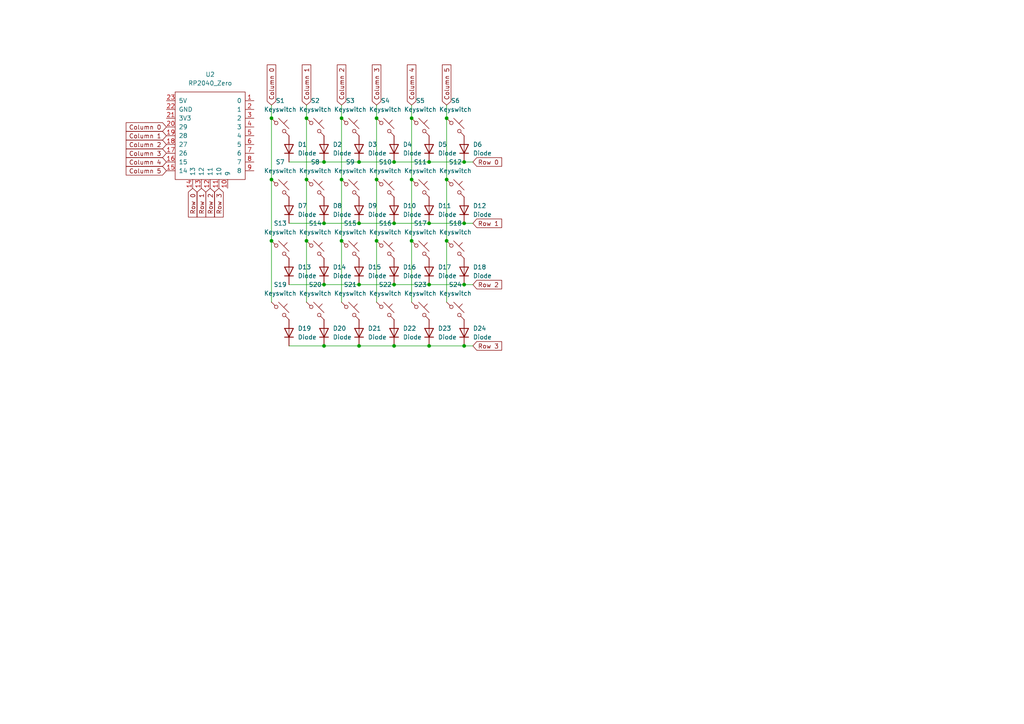
<source format=kicad_sch>
(kicad_sch (version 20230121) (generator eeschema)

  (uuid 5fc47641-5ba0-48a0-97cb-d6e876ffde30)

  (paper "A4")

  (lib_symbols
    (symbol "ScottoKeebs:MCU_RP2040_Zero" (pin_names (offset 1.016)) (in_bom yes) (on_board yes)
      (property "Reference" "U" (at 0 15.24 0)
        (effects (font (size 1.27 1.27)))
      )
      (property "Value" "RP2040_Zero" (at 0 12.7 0)
        (effects (font (size 1.27 1.27)))
      )
      (property "Footprint" "ScottoKeebs_MCU:RP2040_Zero" (at -8.89 5.08 0)
        (effects (font (size 1.27 1.27)) hide)
      )
      (property "Datasheet" "" (at -8.89 5.08 0)
        (effects (font (size 1.27 1.27)) hide)
      )
      (symbol "MCU_RP2040_Zero_0_1"
        (rectangle (start -10.16 11.43) (end 10.16 -13.97)
          (stroke (width 0) (type default))
          (fill (type none))
        )
      )
      (symbol "MCU_RP2040_Zero_1_1"
        (pin bidirectional line (at 12.7 8.89 180) (length 2.54)
          (name "0" (effects (font (size 1.27 1.27))))
          (number "1" (effects (font (size 1.27 1.27))))
        )
        (pin bidirectional line (at 5.08 -16.51 90) (length 2.54)
          (name "9" (effects (font (size 1.27 1.27))))
          (number "10" (effects (font (size 1.27 1.27))))
        )
        (pin bidirectional line (at 2.54 -16.51 90) (length 2.54)
          (name "10" (effects (font (size 1.27 1.27))))
          (number "11" (effects (font (size 1.27 1.27))))
        )
        (pin bidirectional line (at 0 -16.51 90) (length 2.54)
          (name "11" (effects (font (size 1.27 1.27))))
          (number "12" (effects (font (size 1.27 1.27))))
        )
        (pin bidirectional line (at -2.54 -16.51 90) (length 2.54)
          (name "12" (effects (font (size 1.27 1.27))))
          (number "13" (effects (font (size 1.27 1.27))))
        )
        (pin bidirectional line (at -5.08 -16.51 90) (length 2.54)
          (name "13" (effects (font (size 1.27 1.27))))
          (number "14" (effects (font (size 1.27 1.27))))
        )
        (pin bidirectional line (at -12.7 -11.43 0) (length 2.54)
          (name "14" (effects (font (size 1.27 1.27))))
          (number "15" (effects (font (size 1.27 1.27))))
        )
        (pin bidirectional line (at -12.7 -8.89 0) (length 2.54)
          (name "15" (effects (font (size 1.27 1.27))))
          (number "16" (effects (font (size 1.27 1.27))))
        )
        (pin bidirectional line (at -12.7 -6.35 0) (length 2.54)
          (name "26" (effects (font (size 1.27 1.27))))
          (number "17" (effects (font (size 1.27 1.27))))
        )
        (pin bidirectional line (at -12.7 -3.81 0) (length 2.54)
          (name "27" (effects (font (size 1.27 1.27))))
          (number "18" (effects (font (size 1.27 1.27))))
        )
        (pin bidirectional line (at -12.7 -1.27 0) (length 2.54)
          (name "28" (effects (font (size 1.27 1.27))))
          (number "19" (effects (font (size 1.27 1.27))))
        )
        (pin bidirectional line (at 12.7 6.35 180) (length 2.54)
          (name "1" (effects (font (size 1.27 1.27))))
          (number "2" (effects (font (size 1.27 1.27))))
        )
        (pin bidirectional line (at -12.7 1.27 0) (length 2.54)
          (name "29" (effects (font (size 1.27 1.27))))
          (number "20" (effects (font (size 1.27 1.27))))
        )
        (pin power_out line (at -12.7 3.81 0) (length 2.54)
          (name "3V3" (effects (font (size 1.27 1.27))))
          (number "21" (effects (font (size 1.27 1.27))))
        )
        (pin power_out line (at -12.7 6.35 0) (length 2.54)
          (name "GND" (effects (font (size 1.27 1.27))))
          (number "22" (effects (font (size 1.27 1.27))))
        )
        (pin power_out line (at -12.7 8.89 0) (length 2.54)
          (name "5V" (effects (font (size 1.27 1.27))))
          (number "23" (effects (font (size 1.27 1.27))))
        )
        (pin bidirectional line (at 12.7 3.81 180) (length 2.54)
          (name "2" (effects (font (size 1.27 1.27))))
          (number "3" (effects (font (size 1.27 1.27))))
        )
        (pin bidirectional line (at 12.7 1.27 180) (length 2.54)
          (name "3" (effects (font (size 1.27 1.27))))
          (number "4" (effects (font (size 1.27 1.27))))
        )
        (pin bidirectional line (at 12.7 -1.27 180) (length 2.54)
          (name "4" (effects (font (size 1.27 1.27))))
          (number "5" (effects (font (size 1.27 1.27))))
        )
        (pin bidirectional line (at 12.7 -3.81 180) (length 2.54)
          (name "5" (effects (font (size 1.27 1.27))))
          (number "6" (effects (font (size 1.27 1.27))))
        )
        (pin bidirectional line (at 12.7 -6.35 180) (length 2.54)
          (name "6" (effects (font (size 1.27 1.27))))
          (number "7" (effects (font (size 1.27 1.27))))
        )
        (pin bidirectional line (at 12.7 -8.89 180) (length 2.54)
          (name "7" (effects (font (size 1.27 1.27))))
          (number "8" (effects (font (size 1.27 1.27))))
        )
        (pin bidirectional line (at 12.7 -11.43 180) (length 2.54)
          (name "8" (effects (font (size 1.27 1.27))))
          (number "9" (effects (font (size 1.27 1.27))))
        )
      )
    )
    (symbol "ScottoKeebs:Placeholder_Diode" (pin_numbers hide) (pin_names hide) (in_bom yes) (on_board yes)
      (property "Reference" "D" (at 0 2.54 0)
        (effects (font (size 1.27 1.27)))
      )
      (property "Value" "Diode" (at 0 -2.54 0)
        (effects (font (size 1.27 1.27)))
      )
      (property "Footprint" "" (at 0 0 0)
        (effects (font (size 1.27 1.27)) hide)
      )
      (property "Datasheet" "" (at 0 0 0)
        (effects (font (size 1.27 1.27)) hide)
      )
      (property "Sim.Device" "D" (at 0 0 0)
        (effects (font (size 1.27 1.27)) hide)
      )
      (property "Sim.Pins" "1=K 2=A" (at 0 0 0)
        (effects (font (size 1.27 1.27)) hide)
      )
      (property "ki_keywords" "diode" (at 0 0 0)
        (effects (font (size 1.27 1.27)) hide)
      )
      (property "ki_description" "1N4148 (DO-35) or 1N4148W (SOD-123)" (at 0 0 0)
        (effects (font (size 1.27 1.27)) hide)
      )
      (property "ki_fp_filters" "D*DO?35*" (at 0 0 0)
        (effects (font (size 1.27 1.27)) hide)
      )
      (symbol "Placeholder_Diode_0_1"
        (polyline
          (pts
            (xy -1.27 1.27)
            (xy -1.27 -1.27)
          )
          (stroke (width 0.254) (type default))
          (fill (type none))
        )
        (polyline
          (pts
            (xy 1.27 0)
            (xy -1.27 0)
          )
          (stroke (width 0) (type default))
          (fill (type none))
        )
        (polyline
          (pts
            (xy 1.27 1.27)
            (xy 1.27 -1.27)
            (xy -1.27 0)
            (xy 1.27 1.27)
          )
          (stroke (width 0.254) (type default))
          (fill (type none))
        )
      )
      (symbol "Placeholder_Diode_1_1"
        (pin passive line (at -3.81 0 0) (length 2.54)
          (name "K" (effects (font (size 1.27 1.27))))
          (number "1" (effects (font (size 1.27 1.27))))
        )
        (pin passive line (at 3.81 0 180) (length 2.54)
          (name "A" (effects (font (size 1.27 1.27))))
          (number "2" (effects (font (size 1.27 1.27))))
        )
      )
    )
    (symbol "ScottoKeebs:Placeholder_Keyswitch" (pin_numbers hide) (pin_names (offset 1.016) hide) (in_bom yes) (on_board yes)
      (property "Reference" "S" (at 3.048 1.016 0)
        (effects (font (size 1.27 1.27)) (justify left))
      )
      (property "Value" "Keyswitch" (at 0 -3.81 0)
        (effects (font (size 1.27 1.27)))
      )
      (property "Footprint" "" (at 0 0 0)
        (effects (font (size 1.27 1.27)) hide)
      )
      (property "Datasheet" "~" (at 0 0 0)
        (effects (font (size 1.27 1.27)) hide)
      )
      (property "ki_keywords" "switch normally-open pushbutton push-button" (at 0 0 0)
        (effects (font (size 1.27 1.27)) hide)
      )
      (property "ki_description" "Push button switch, normally open, two pins, 45° tilted" (at 0 0 0)
        (effects (font (size 1.27 1.27)) hide)
      )
      (symbol "Placeholder_Keyswitch_0_1"
        (circle (center -1.1684 1.1684) (radius 0.508)
          (stroke (width 0) (type default))
          (fill (type none))
        )
        (polyline
          (pts
            (xy -0.508 2.54)
            (xy 2.54 -0.508)
          )
          (stroke (width 0) (type default))
          (fill (type none))
        )
        (polyline
          (pts
            (xy 1.016 1.016)
            (xy 2.032 2.032)
          )
          (stroke (width 0) (type default))
          (fill (type none))
        )
        (polyline
          (pts
            (xy -2.54 2.54)
            (xy -1.524 1.524)
            (xy -1.524 1.524)
          )
          (stroke (width 0) (type default))
          (fill (type none))
        )
        (polyline
          (pts
            (xy 1.524 -1.524)
            (xy 2.54 -2.54)
            (xy 2.54 -2.54)
            (xy 2.54 -2.54)
          )
          (stroke (width 0) (type default))
          (fill (type none))
        )
        (circle (center 1.143 -1.1938) (radius 0.508)
          (stroke (width 0) (type default))
          (fill (type none))
        )
        (pin passive line (at -2.54 2.54 0) (length 0)
          (name "1" (effects (font (size 1.27 1.27))))
          (number "1" (effects (font (size 1.27 1.27))))
        )
        (pin passive line (at 2.54 -2.54 180) (length 0)
          (name "2" (effects (font (size 1.27 1.27))))
          (number "2" (effects (font (size 1.27 1.27))))
        )
      )
    )
  )

  (junction (at 109.22 69.85) (diameter 0) (color 0 0 0 0)
    (uuid 0939aaa7-e282-40d4-a14f-c2197dc0f75c)
  )
  (junction (at 124.46 46.99) (diameter 0) (color 0 0 0 0)
    (uuid 0dd52a3a-0dad-41ca-aa9c-05fd6f929cb6)
  )
  (junction (at 109.22 34.29) (diameter 0) (color 0 0 0 0)
    (uuid 1b40623e-5330-4e16-ba4e-7b2a0144cd22)
  )
  (junction (at 114.3 100.33) (diameter 0) (color 0 0 0 0)
    (uuid 1e19fa98-cccb-4773-98aa-9ec0899c4e5e)
  )
  (junction (at 104.14 64.77) (diameter 0) (color 0 0 0 0)
    (uuid 1ee3ea09-7319-4ee9-9d0f-d1dbdea4231c)
  )
  (junction (at 109.22 52.07) (diameter 0) (color 0 0 0 0)
    (uuid 277c2572-82a6-491d-b8ab-1ac2797200c7)
  )
  (junction (at 88.9 34.29) (diameter 0) (color 0 0 0 0)
    (uuid 28473b91-1574-484a-87ff-35c6ae6fa7eb)
  )
  (junction (at 134.62 82.55) (diameter 0) (color 0 0 0 0)
    (uuid 3cd98b15-c686-4760-90fb-86c93c44c97c)
  )
  (junction (at 88.9 52.07) (diameter 0) (color 0 0 0 0)
    (uuid 4535ebd6-52fe-44ae-833d-e3470d3a56e0)
  )
  (junction (at 99.06 34.29) (diameter 0) (color 0 0 0 0)
    (uuid 4d4e2bac-a322-446d-92e9-b0038017b0ad)
  )
  (junction (at 134.62 64.77) (diameter 0) (color 0 0 0 0)
    (uuid 4eae8462-d797-40b7-a89e-62edf8596bff)
  )
  (junction (at 78.74 69.85) (diameter 0) (color 0 0 0 0)
    (uuid 524c1b7e-6385-4023-a1d5-ec2661e81fd9)
  )
  (junction (at 114.3 64.77) (diameter 0) (color 0 0 0 0)
    (uuid 5fd1b3b7-14cc-4083-92ab-69c73d022525)
  )
  (junction (at 124.46 100.33) (diameter 0) (color 0 0 0 0)
    (uuid 68c12737-5e6e-4409-8b7a-ea40ff9ffcbf)
  )
  (junction (at 104.14 100.33) (diameter 0) (color 0 0 0 0)
    (uuid 6b640baf-8e16-45a0-9e46-03f080c8602b)
  )
  (junction (at 93.98 64.77) (diameter 0) (color 0 0 0 0)
    (uuid 6f16880b-a9da-4442-9734-3dcb965e4d40)
  )
  (junction (at 78.74 52.07) (diameter 0) (color 0 0 0 0)
    (uuid 75df2274-6888-4a00-8df7-32cd1236cd5f)
  )
  (junction (at 119.38 52.07) (diameter 0) (color 0 0 0 0)
    (uuid 76bf3f0a-2e87-4182-b9dd-46feca216bb7)
  )
  (junction (at 114.3 82.55) (diameter 0) (color 0 0 0 0)
    (uuid 8f94bb53-a21c-43de-8cfe-bd20d3ac9104)
  )
  (junction (at 124.46 82.55) (diameter 0) (color 0 0 0 0)
    (uuid 9243bba3-aed3-4a34-845e-03c0e1e1ac6d)
  )
  (junction (at 99.06 69.85) (diameter 0) (color 0 0 0 0)
    (uuid 96be7003-2205-43d8-b7ee-62643484168c)
  )
  (junction (at 78.74 34.29) (diameter 0) (color 0 0 0 0)
    (uuid 97ba8006-1ff3-448b-a439-f686366dcc05)
  )
  (junction (at 99.06 52.07) (diameter 0) (color 0 0 0 0)
    (uuid 9c2706ce-423b-4092-a6c8-ba0bd4851511)
  )
  (junction (at 104.14 46.99) (diameter 0) (color 0 0 0 0)
    (uuid a4145f09-5d9c-4227-803a-2dd61ebbdd4d)
  )
  (junction (at 129.54 69.85) (diameter 0) (color 0 0 0 0)
    (uuid a57d9f1e-387b-46aa-b9ac-a5f5cf1d6658)
  )
  (junction (at 134.62 100.33) (diameter 0) (color 0 0 0 0)
    (uuid adde27a0-7ca1-4c97-8e2f-39861d77f6ef)
  )
  (junction (at 119.38 34.29) (diameter 0) (color 0 0 0 0)
    (uuid b8a764b2-ecec-4939-ab48-0f9aaaa1805a)
  )
  (junction (at 124.46 64.77) (diameter 0) (color 0 0 0 0)
    (uuid b940f911-029a-4588-a329-713ce2fe0f06)
  )
  (junction (at 93.98 100.33) (diameter 0) (color 0 0 0 0)
    (uuid c5db1052-05f9-47c0-835d-b2f0f950f2e5)
  )
  (junction (at 134.62 46.99) (diameter 0) (color 0 0 0 0)
    (uuid c65201d6-7b51-4a82-898e-332fc3a34f45)
  )
  (junction (at 129.54 52.07) (diameter 0) (color 0 0 0 0)
    (uuid e15ce4ab-be8f-4024-abf7-6afaa0b42067)
  )
  (junction (at 93.98 46.99) (diameter 0) (color 0 0 0 0)
    (uuid e3011c43-e799-42de-884e-a011709d1e1c)
  )
  (junction (at 114.3 46.99) (diameter 0) (color 0 0 0 0)
    (uuid e5e91c2c-724b-41af-833f-1748011721c1)
  )
  (junction (at 93.98 82.55) (diameter 0) (color 0 0 0 0)
    (uuid e8c6a6bb-ae7e-4bd3-9cb1-14f13188803a)
  )
  (junction (at 104.14 82.55) (diameter 0) (color 0 0 0 0)
    (uuid ec321d24-7042-4e14-af40-cb72f25ac0fe)
  )
  (junction (at 88.9 69.85) (diameter 0) (color 0 0 0 0)
    (uuid ec6b6f8e-c6e8-4cbb-b26b-d4868e0af740)
  )
  (junction (at 129.54 34.29) (diameter 0) (color 0 0 0 0)
    (uuid fa5894b5-8143-435c-906c-dff3e5e07dd6)
  )
  (junction (at 119.38 69.85) (diameter 0) (color 0 0 0 0)
    (uuid fa6bb502-ea65-428a-9104-0bf1f0a05bd2)
  )

  (wire (pts (xy 114.3 64.77) (xy 124.46 64.77))
    (stroke (width 0) (type default))
    (uuid 0c624881-82ab-448b-934b-3f5bbcc07561)
  )
  (wire (pts (xy 129.54 52.07) (xy 129.54 69.85))
    (stroke (width 0) (type default))
    (uuid 0ea3f024-55dd-4a2e-8e0c-65642618b9a4)
  )
  (wire (pts (xy 93.98 82.55) (xy 104.14 82.55))
    (stroke (width 0) (type default))
    (uuid 0fd53540-e475-4b90-a577-d39f12438cb2)
  )
  (wire (pts (xy 88.9 34.29) (xy 88.9 52.07))
    (stroke (width 0) (type default))
    (uuid 12324641-a2b6-4cc2-b5a8-a5614c0c91c0)
  )
  (wire (pts (xy 137.16 82.55) (xy 134.62 82.55))
    (stroke (width 0) (type default))
    (uuid 16a69096-da63-4dda-930d-c0b1417f3793)
  )
  (wire (pts (xy 104.14 82.55) (xy 114.3 82.55))
    (stroke (width 0) (type default))
    (uuid 1c45ed65-de5e-4039-9e04-9970cff19c75)
  )
  (wire (pts (xy 114.3 82.55) (xy 124.46 82.55))
    (stroke (width 0) (type default))
    (uuid 1c8a8b52-ef32-4a7e-b59b-20c53ee6c810)
  )
  (wire (pts (xy 78.74 52.07) (xy 78.74 69.85))
    (stroke (width 0) (type default))
    (uuid 1ed00de3-31fa-4bfe-86c3-66a72436c173)
  )
  (wire (pts (xy 93.98 100.33) (xy 104.14 100.33))
    (stroke (width 0) (type default))
    (uuid 21939ba5-d89b-48ed-bbd1-e0fce864f3a1)
  )
  (wire (pts (xy 88.9 69.85) (xy 88.9 87.63))
    (stroke (width 0) (type default))
    (uuid 2531eec2-a522-4fb1-95c0-55de5459d812)
  )
  (wire (pts (xy 124.46 82.55) (xy 134.62 82.55))
    (stroke (width 0) (type default))
    (uuid 2b4db890-0797-4263-862d-1883674306d5)
  )
  (wire (pts (xy 124.46 100.33) (xy 134.62 100.33))
    (stroke (width 0) (type default))
    (uuid 2b829033-b3e1-4c0e-8791-507acfba364b)
  )
  (wire (pts (xy 104.14 64.77) (xy 114.3 64.77))
    (stroke (width 0) (type default))
    (uuid 40e46e6a-45af-4a07-8157-5f4eb868559b)
  )
  (wire (pts (xy 88.9 52.07) (xy 88.9 69.85))
    (stroke (width 0) (type default))
    (uuid 431ada0b-8e3c-430f-aa0d-24d6a2c91542)
  )
  (wire (pts (xy 109.22 69.85) (xy 109.22 87.63))
    (stroke (width 0) (type default))
    (uuid 45266e85-5a0c-46e6-9064-ee3977375c89)
  )
  (wire (pts (xy 99.06 52.07) (xy 99.06 69.85))
    (stroke (width 0) (type default))
    (uuid 45a92444-3cc6-4efb-85f9-a8edc116b773)
  )
  (wire (pts (xy 93.98 64.77) (xy 104.14 64.77))
    (stroke (width 0) (type default))
    (uuid 46b357a8-5dfb-4532-8f81-726e8b8808ec)
  )
  (wire (pts (xy 109.22 30.48) (xy 109.22 34.29))
    (stroke (width 0) (type default))
    (uuid 4b3b8ceb-cb1e-489d-a2c9-e9984f93a6cc)
  )
  (wire (pts (xy 137.16 46.99) (xy 134.62 46.99))
    (stroke (width 0) (type default))
    (uuid 4c0a9c9f-1007-4280-b0f6-96b13cd07de8)
  )
  (wire (pts (xy 124.46 64.77) (xy 134.62 64.77))
    (stroke (width 0) (type default))
    (uuid 50c00df7-b46a-476f-85a6-7767b96d0264)
  )
  (wire (pts (xy 99.06 30.48) (xy 99.06 34.29))
    (stroke (width 0) (type default))
    (uuid 5c3787b2-b82f-4e7a-9270-96837bab8447)
  )
  (wire (pts (xy 93.98 46.99) (xy 104.14 46.99))
    (stroke (width 0) (type default))
    (uuid 62b5e1ef-6b2e-4709-941b-d59400640a53)
  )
  (wire (pts (xy 114.3 46.99) (xy 124.46 46.99))
    (stroke (width 0) (type default))
    (uuid 66b04533-7592-42bc-ace0-620335aa237c)
  )
  (wire (pts (xy 78.74 69.85) (xy 78.74 87.63))
    (stroke (width 0) (type default))
    (uuid 709b97df-5a3b-453a-942e-f7b3e3e7e60b)
  )
  (wire (pts (xy 83.82 100.33) (xy 93.98 100.33))
    (stroke (width 0) (type default))
    (uuid 78367086-8b40-49dc-b3e1-19c0800d80f2)
  )
  (wire (pts (xy 119.38 30.48) (xy 119.38 34.29))
    (stroke (width 0) (type default))
    (uuid 81dde4c9-db47-471d-9a15-94a2fe6823bb)
  )
  (wire (pts (xy 129.54 34.29) (xy 129.54 52.07))
    (stroke (width 0) (type default))
    (uuid 82789389-c12e-459b-ae7f-6fc75ac25b7e)
  )
  (wire (pts (xy 119.38 52.07) (xy 119.38 69.85))
    (stroke (width 0) (type default))
    (uuid 8a4ca738-51bb-40fd-b2e8-ba36baeeaf81)
  )
  (wire (pts (xy 99.06 69.85) (xy 99.06 87.63))
    (stroke (width 0) (type default))
    (uuid 8eed9ad8-d9ed-4518-8340-0a9aca7da0c0)
  )
  (wire (pts (xy 78.74 30.48) (xy 78.74 34.29))
    (stroke (width 0) (type default))
    (uuid 9c0e4b50-7c21-4d01-bb41-072510b5abe5)
  )
  (wire (pts (xy 129.54 69.85) (xy 129.54 87.63))
    (stroke (width 0) (type default))
    (uuid 9f1eb40f-2afb-4590-af40-09d40dd8c6fa)
  )
  (wire (pts (xy 129.54 30.48) (xy 129.54 34.29))
    (stroke (width 0) (type default))
    (uuid a2801946-3de0-48e4-b302-65f06ab7c83e)
  )
  (wire (pts (xy 124.46 46.99) (xy 134.62 46.99))
    (stroke (width 0) (type default))
    (uuid a67df858-cdac-4160-8c94-62563da23468)
  )
  (wire (pts (xy 119.38 69.85) (xy 119.38 87.63))
    (stroke (width 0) (type default))
    (uuid b99e8ef4-90db-4763-b965-3e1599f3e421)
  )
  (wire (pts (xy 83.82 82.55) (xy 93.98 82.55))
    (stroke (width 0) (type default))
    (uuid bf20ae3b-53c0-49af-ac0c-412e15091211)
  )
  (wire (pts (xy 88.9 30.48) (xy 88.9 34.29))
    (stroke (width 0) (type default))
    (uuid c11b401c-985a-4676-94ce-65d9de3ac568)
  )
  (wire (pts (xy 134.62 100.33) (xy 137.16 100.33))
    (stroke (width 0) (type default))
    (uuid c800a5ad-eff4-42de-851b-04a9614c82d4)
  )
  (wire (pts (xy 83.82 46.99) (xy 93.98 46.99))
    (stroke (width 0) (type default))
    (uuid c897a149-a2b1-4b34-aba2-94bad1e0d085)
  )
  (wire (pts (xy 78.74 34.29) (xy 78.74 52.07))
    (stroke (width 0) (type default))
    (uuid d4e75744-ef25-4582-aadd-72b66d97e690)
  )
  (wire (pts (xy 83.82 64.77) (xy 93.98 64.77))
    (stroke (width 0) (type default))
    (uuid d9af7c5b-ff12-4fbf-b231-32dbd7d63a04)
  )
  (wire (pts (xy 104.14 46.99) (xy 114.3 46.99))
    (stroke (width 0) (type default))
    (uuid e297887f-e470-4a53-a3d6-19bb26b166da)
  )
  (wire (pts (xy 99.06 34.29) (xy 99.06 52.07))
    (stroke (width 0) (type default))
    (uuid e6e51a2d-173a-4013-8842-da159ad1e9ab)
  )
  (wire (pts (xy 104.14 100.33) (xy 114.3 100.33))
    (stroke (width 0) (type default))
    (uuid f23f5b93-8242-481f-b1b6-d051ab333f3f)
  )
  (wire (pts (xy 119.38 34.29) (xy 119.38 52.07))
    (stroke (width 0) (type default))
    (uuid f4937ea9-04bc-4081-b0e4-5761b8c72bd0)
  )
  (wire (pts (xy 109.22 34.29) (xy 109.22 52.07))
    (stroke (width 0) (type default))
    (uuid f5b57ada-c317-4f52-88a6-728b80b39700)
  )
  (wire (pts (xy 109.22 52.07) (xy 109.22 69.85))
    (stroke (width 0) (type default))
    (uuid f63ee9a3-a61d-4760-8d3c-c66ec592b564)
  )
  (wire (pts (xy 114.3 100.33) (xy 124.46 100.33))
    (stroke (width 0) (type default))
    (uuid f6fa27b0-f999-488c-a20c-92530f1a051c)
  )
  (wire (pts (xy 137.16 64.77) (xy 134.62 64.77))
    (stroke (width 0) (type default))
    (uuid fa359be7-9423-406d-992a-572713dd0058)
  )

  (global_label "Column 3" (shape input) (at 109.22 30.48 90) (fields_autoplaced)
    (effects (font (size 1.27 1.27)) (justify left))
    (uuid 00f5e133-8ff1-4b81-a3b3-e6d2c3b810d4)
    (property "Intersheetrefs" "${INTERSHEET_REFS}" (at 109.22 18.2422 90)
      (effects (font (size 1.27 1.27)) (justify left) hide)
    )
  )
  (global_label "Row 3" (shape input) (at 137.16 100.33 0) (fields_autoplaced)
    (effects (font (size 1.27 1.27)) (justify left))
    (uuid 02e4d5fb-273e-41aa-a6fa-eb11ce79cf23)
    (property "Intersheetrefs" "${INTERSHEET_REFS}" (at 146.0718 100.33 0)
      (effects (font (size 1.27 1.27)) (justify left) hide)
    )
  )
  (global_label "Row 3" (shape input) (at 63.5 54.61 270) (fields_autoplaced)
    (effects (font (size 1.27 1.27)) (justify right))
    (uuid 0b994d2f-519d-4160-b614-e4d7e6cead87)
    (property "Intersheetrefs" "${INTERSHEET_REFS}" (at 63.5 63.5218 90)
      (effects (font (size 1.27 1.27)) (justify right) hide)
    )
  )
  (global_label "Column 2" (shape input) (at 99.06 30.48 90) (fields_autoplaced)
    (effects (font (size 1.27 1.27)) (justify left))
    (uuid 0d3cd460-af38-475c-9358-478629f323f0)
    (property "Intersheetrefs" "${INTERSHEET_REFS}" (at 99.06 18.2422 90)
      (effects (font (size 1.27 1.27)) (justify left) hide)
    )
  )
  (global_label "Column 4" (shape input) (at 119.38 30.48 90) (fields_autoplaced)
    (effects (font (size 1.27 1.27)) (justify left))
    (uuid 12b17f25-2cb8-40c5-8fb4-eaf6f121ad29)
    (property "Intersheetrefs" "${INTERSHEET_REFS}" (at 119.38 18.2422 90)
      (effects (font (size 1.27 1.27)) (justify left) hide)
    )
  )
  (global_label "Column 2" (shape input) (at 48.26 41.91 180) (fields_autoplaced)
    (effects (font (size 1.27 1.27)) (justify right))
    (uuid 17b7b4d4-3512-4d24-b0eb-3992841e368f)
    (property "Intersheetrefs" "${INTERSHEET_REFS}" (at 36.0222 41.91 0)
      (effects (font (size 1.27 1.27)) (justify right) hide)
    )
  )
  (global_label "Row 0" (shape input) (at 137.16 46.99 0) (fields_autoplaced)
    (effects (font (size 1.27 1.27)) (justify left))
    (uuid 1c31daf1-7d1b-4867-b757-51f93c545f12)
    (property "Intersheetrefs" "${INTERSHEET_REFS}" (at 146.0718 46.99 0)
      (effects (font (size 1.27 1.27)) (justify left) hide)
    )
  )
  (global_label "Row 0" (shape input) (at 55.88 54.61 270) (fields_autoplaced)
    (effects (font (size 1.27 1.27)) (justify right))
    (uuid 39e40f12-54af-450c-b15c-0ada5ce1bc44)
    (property "Intersheetrefs" "${INTERSHEET_REFS}" (at 55.88 63.5218 90)
      (effects (font (size 1.27 1.27)) (justify right) hide)
    )
  )
  (global_label "Column 4" (shape input) (at 48.26 46.99 180) (fields_autoplaced)
    (effects (font (size 1.27 1.27)) (justify right))
    (uuid 3e2d7803-3787-43d6-9100-717fbc51fc3c)
    (property "Intersheetrefs" "${INTERSHEET_REFS}" (at 36.0222 46.99 0)
      (effects (font (size 1.27 1.27)) (justify right) hide)
    )
  )
  (global_label "Column 3" (shape input) (at 48.26 44.45 180) (fields_autoplaced)
    (effects (font (size 1.27 1.27)) (justify right))
    (uuid 3ee73d26-889b-4620-b0ee-1f813adbbdc7)
    (property "Intersheetrefs" "${INTERSHEET_REFS}" (at 36.0222 44.45 0)
      (effects (font (size 1.27 1.27)) (justify right) hide)
    )
  )
  (global_label "Column 1" (shape input) (at 48.26 39.37 180) (fields_autoplaced)
    (effects (font (size 1.27 1.27)) (justify right))
    (uuid 7dd71010-3f70-4802-84c9-699c32b1e0e3)
    (property "Intersheetrefs" "${INTERSHEET_REFS}" (at 36.0222 39.37 0)
      (effects (font (size 1.27 1.27)) (justify right) hide)
    )
  )
  (global_label "Column 0" (shape input) (at 48.26 36.83 180) (fields_autoplaced)
    (effects (font (size 1.27 1.27)) (justify right))
    (uuid 84373e52-4c0f-4841-a235-fc471db7f53e)
    (property "Intersheetrefs" "${INTERSHEET_REFS}" (at 36.0222 36.83 0)
      (effects (font (size 1.27 1.27)) (justify right) hide)
    )
  )
  (global_label "Column 1" (shape input) (at 88.9 30.48 90) (fields_autoplaced)
    (effects (font (size 1.27 1.27)) (justify left))
    (uuid c0a3c64a-15ed-41ad-ac4c-639f69cf1bf3)
    (property "Intersheetrefs" "${INTERSHEET_REFS}" (at 88.9 18.2422 90)
      (effects (font (size 1.27 1.27)) (justify left) hide)
    )
  )
  (global_label "Column 5" (shape input) (at 129.54 30.48 90) (fields_autoplaced)
    (effects (font (size 1.27 1.27)) (justify left))
    (uuid c5f6046e-b8a0-4d09-b847-ad259521ee40)
    (property "Intersheetrefs" "${INTERSHEET_REFS}" (at 129.54 18.2422 90)
      (effects (font (size 1.27 1.27)) (justify left) hide)
    )
  )
  (global_label "Column 0" (shape input) (at 78.74 30.48 90) (fields_autoplaced)
    (effects (font (size 1.27 1.27)) (justify left))
    (uuid cca7dc79-3079-48c3-b705-52195caa647f)
    (property "Intersheetrefs" "${INTERSHEET_REFS}" (at 78.74 18.2422 90)
      (effects (font (size 1.27 1.27)) (justify left) hide)
    )
  )
  (global_label "Row 2" (shape input) (at 137.16 82.55 0) (fields_autoplaced)
    (effects (font (size 1.27 1.27)) (justify left))
    (uuid cd1977f0-e130-443e-ba5f-63690477e018)
    (property "Intersheetrefs" "${INTERSHEET_REFS}" (at 146.0718 82.55 0)
      (effects (font (size 1.27 1.27)) (justify left) hide)
    )
  )
  (global_label "Row 1" (shape input) (at 137.16 64.77 0) (fields_autoplaced)
    (effects (font (size 1.27 1.27)) (justify left))
    (uuid d393dc9f-4e2c-4672-b056-a3324f514f49)
    (property "Intersheetrefs" "${INTERSHEET_REFS}" (at 146.0718 64.77 0)
      (effects (font (size 1.27 1.27)) (justify left) hide)
    )
  )
  (global_label "Row 2" (shape input) (at 60.96 54.61 270) (fields_autoplaced)
    (effects (font (size 1.27 1.27)) (justify right))
    (uuid d41e10b1-2804-4942-b310-8885db0eb192)
    (property "Intersheetrefs" "${INTERSHEET_REFS}" (at 60.96 63.5218 90)
      (effects (font (size 1.27 1.27)) (justify right) hide)
    )
  )
  (global_label "Column 5" (shape input) (at 48.26 49.53 180) (fields_autoplaced)
    (effects (font (size 1.27 1.27)) (justify right))
    (uuid f0a9eb82-416c-4cae-a2ad-98ecff32eee3)
    (property "Intersheetrefs" "${INTERSHEET_REFS}" (at 36.0222 49.53 0)
      (effects (font (size 1.27 1.27)) (justify right) hide)
    )
  )
  (global_label "Row 1" (shape input) (at 58.42 54.61 270) (fields_autoplaced)
    (effects (font (size 1.27 1.27)) (justify right))
    (uuid f521c33d-7856-47eb-912c-8a090ab9a6da)
    (property "Intersheetrefs" "${INTERSHEET_REFS}" (at 58.42 63.5218 90)
      (effects (font (size 1.27 1.27)) (justify right) hide)
    )
  )

  (symbol (lib_id "ScottoKeebs:Placeholder_Keyswitch") (at 121.92 72.39 0) (unit 1)
    (in_bom yes) (on_board yes) (dnp no) (fields_autoplaced)
    (uuid 00517314-3eaf-48dc-8f01-0b3140cb8908)
    (property "Reference" "S17" (at 121.92 64.77 0)
      (effects (font (size 1.27 1.27)))
    )
    (property "Value" "Keyswitch" (at 121.92 67.31 0)
      (effects (font (size 1.27 1.27)))
    )
    (property "Footprint" "Switch_Keyboard_Hotswap_Kailh:SW_Hotswap_Kailh_Choc_V1V2" (at 121.92 72.39 0)
      (effects (font (size 1.27 1.27)) hide)
    )
    (property "Datasheet" "~" (at 121.92 72.39 0)
      (effects (font (size 1.27 1.27)) hide)
    )
    (pin "1" (uuid 12bffc16-a15e-4443-9a7c-014d88ce2b45))
    (pin "2" (uuid 0d1b70ed-0aa6-4281-9e90-dc681f70f979))
    (instances
      (project "MacroPad v2"
        (path "/5fc47641-5ba0-48a0-97cb-d6e876ffde30"
          (reference "S17") (unit 1)
        )
      )
    )
  )

  (symbol (lib_id "ScottoKeebs:Placeholder_Diode") (at 134.62 60.96 90) (unit 1)
    (in_bom yes) (on_board yes) (dnp no) (fields_autoplaced)
    (uuid 0cb18651-33aa-411b-b546-a0b4fcb133d6)
    (property "Reference" "D12" (at 137.16 59.69 90)
      (effects (font (size 1.27 1.27)) (justify right))
    )
    (property "Value" "Diode" (at 137.16 62.23 90)
      (effects (font (size 1.27 1.27)) (justify right))
    )
    (property "Footprint" "ScottoKeebs_Components:Diode_SOD-123" (at 134.62 60.96 0)
      (effects (font (size 1.27 1.27)) hide)
    )
    (property "Datasheet" "" (at 134.62 60.96 0)
      (effects (font (size 1.27 1.27)) hide)
    )
    (property "Sim.Device" "D" (at 134.62 60.96 0)
      (effects (font (size 1.27 1.27)) hide)
    )
    (property "Sim.Pins" "1=K 2=A" (at 134.62 60.96 0)
      (effects (font (size 1.27 1.27)) hide)
    )
    (pin "1" (uuid d15f1612-dd07-478b-aeed-a083798dcaf5))
    (pin "2" (uuid 060c8ee0-36c2-4091-a6d9-fe67e33899ff))
    (instances
      (project "MacroPad v2"
        (path "/5fc47641-5ba0-48a0-97cb-d6e876ffde30"
          (reference "D12") (unit 1)
        )
      )
    )
  )

  (symbol (lib_id "ScottoKeebs:Placeholder_Diode") (at 104.14 43.18 90) (unit 1)
    (in_bom yes) (on_board yes) (dnp no) (fields_autoplaced)
    (uuid 116df2ec-3be5-426e-885f-1f5f40869b3f)
    (property "Reference" "D3" (at 106.68 41.91 90)
      (effects (font (size 1.27 1.27)) (justify right))
    )
    (property "Value" "Diode" (at 106.68 44.45 90)
      (effects (font (size 1.27 1.27)) (justify right))
    )
    (property "Footprint" "ScottoKeebs_Components:Diode_SOD-123" (at 104.14 43.18 0)
      (effects (font (size 1.27 1.27)) hide)
    )
    (property "Datasheet" "" (at 104.14 43.18 0)
      (effects (font (size 1.27 1.27)) hide)
    )
    (property "Sim.Device" "D" (at 104.14 43.18 0)
      (effects (font (size 1.27 1.27)) hide)
    )
    (property "Sim.Pins" "1=K 2=A" (at 104.14 43.18 0)
      (effects (font (size 1.27 1.27)) hide)
    )
    (pin "1" (uuid bbac6b03-2027-4bd5-9e89-ef59e4cd502f))
    (pin "2" (uuid fe3ba7d5-cce4-4a07-8143-fbf6c042db3e))
    (instances
      (project "MacroPad v2"
        (path "/5fc47641-5ba0-48a0-97cb-d6e876ffde30"
          (reference "D3") (unit 1)
        )
      )
    )
  )

  (symbol (lib_id "ScottoKeebs:Placeholder_Diode") (at 124.46 96.52 90) (unit 1)
    (in_bom yes) (on_board yes) (dnp no) (fields_autoplaced)
    (uuid 165c7ea5-01a5-46fb-a41a-3068f4325e5c)
    (property "Reference" "D23" (at 127 95.25 90)
      (effects (font (size 1.27 1.27)) (justify right))
    )
    (property "Value" "Diode" (at 127 97.79 90)
      (effects (font (size 1.27 1.27)) (justify right))
    )
    (property "Footprint" "ScottoKeebs_Components:Diode_SOD-123" (at 124.46 96.52 0)
      (effects (font (size 1.27 1.27)) hide)
    )
    (property "Datasheet" "" (at 124.46 96.52 0)
      (effects (font (size 1.27 1.27)) hide)
    )
    (property "Sim.Device" "D" (at 124.46 96.52 0)
      (effects (font (size 1.27 1.27)) hide)
    )
    (property "Sim.Pins" "1=K 2=A" (at 124.46 96.52 0)
      (effects (font (size 1.27 1.27)) hide)
    )
    (pin "1" (uuid 486f9230-16e2-487b-adab-9a1420ac4a69))
    (pin "2" (uuid ee28ac8d-1901-4670-9f2d-bf7d06726a52))
    (instances
      (project "MacroPad v2"
        (path "/5fc47641-5ba0-48a0-97cb-d6e876ffde30"
          (reference "D23") (unit 1)
        )
      )
    )
  )

  (symbol (lib_id "ScottoKeebs:Placeholder_Keyswitch") (at 101.6 36.83 0) (unit 1)
    (in_bom yes) (on_board yes) (dnp no) (fields_autoplaced)
    (uuid 178d1c5d-9aa9-42ad-baf1-7acb3c515e06)
    (property "Reference" "S3" (at 101.6 29.21 0)
      (effects (font (size 1.27 1.27)))
    )
    (property "Value" "Keyswitch" (at 101.6 31.75 0)
      (effects (font (size 1.27 1.27)))
    )
    (property "Footprint" "Switch_Keyboard_Hotswap_Kailh:SW_Hotswap_Kailh_Choc_V1V2" (at 101.6 36.83 0)
      (effects (font (size 1.27 1.27)) hide)
    )
    (property "Datasheet" "~" (at 101.6 36.83 0)
      (effects (font (size 1.27 1.27)) hide)
    )
    (pin "1" (uuid a91a0a72-71fe-4660-8823-9d3c5084ae29))
    (pin "2" (uuid f474921d-94f9-4e48-bb6d-e682688f5e8c))
    (instances
      (project "MacroPad v2"
        (path "/5fc47641-5ba0-48a0-97cb-d6e876ffde30"
          (reference "S3") (unit 1)
        )
      )
    )
  )

  (symbol (lib_id "ScottoKeebs:Placeholder_Keyswitch") (at 81.28 72.39 0) (unit 1)
    (in_bom yes) (on_board yes) (dnp no) (fields_autoplaced)
    (uuid 1c8e96bd-3aa1-4b97-960c-67989a626533)
    (property "Reference" "S13" (at 81.28 64.77 0)
      (effects (font (size 1.27 1.27)))
    )
    (property "Value" "Keyswitch" (at 81.28 67.31 0)
      (effects (font (size 1.27 1.27)))
    )
    (property "Footprint" "Switch_Keyboard_Hotswap_Kailh:SW_Hotswap_Kailh_Choc_V1V2" (at 81.28 72.39 0)
      (effects (font (size 1.27 1.27)) hide)
    )
    (property "Datasheet" "~" (at 81.28 72.39 0)
      (effects (font (size 1.27 1.27)) hide)
    )
    (pin "1" (uuid 839cf0f9-a67e-41b6-bc4a-2ad602675ffd))
    (pin "2" (uuid 36b4ff26-4bed-4ad8-883d-aca6b9f5d38c))
    (instances
      (project "MacroPad v2"
        (path "/5fc47641-5ba0-48a0-97cb-d6e876ffde30"
          (reference "S13") (unit 1)
        )
      )
    )
  )

  (symbol (lib_id "ScottoKeebs:Placeholder_Diode") (at 134.62 96.52 90) (unit 1)
    (in_bom yes) (on_board yes) (dnp no) (fields_autoplaced)
    (uuid 21c176ba-4ad2-4ee2-b187-4f46cb418259)
    (property "Reference" "D24" (at 137.16 95.25 90)
      (effects (font (size 1.27 1.27)) (justify right))
    )
    (property "Value" "Diode" (at 137.16 97.79 90)
      (effects (font (size 1.27 1.27)) (justify right))
    )
    (property "Footprint" "ScottoKeebs_Components:Diode_SOD-123" (at 134.62 96.52 0)
      (effects (font (size 1.27 1.27)) hide)
    )
    (property "Datasheet" "" (at 134.62 96.52 0)
      (effects (font (size 1.27 1.27)) hide)
    )
    (property "Sim.Device" "D" (at 134.62 96.52 0)
      (effects (font (size 1.27 1.27)) hide)
    )
    (property "Sim.Pins" "1=K 2=A" (at 134.62 96.52 0)
      (effects (font (size 1.27 1.27)) hide)
    )
    (pin "1" (uuid 08afa84b-eee6-436b-8efc-7a894a151597))
    (pin "2" (uuid 846dc5d9-965b-46f6-96e4-00b27882873f))
    (instances
      (project "MacroPad v2"
        (path "/5fc47641-5ba0-48a0-97cb-d6e876ffde30"
          (reference "D24") (unit 1)
        )
      )
    )
  )

  (symbol (lib_id "ScottoKeebs:Placeholder_Keyswitch") (at 91.44 54.61 0) (unit 1)
    (in_bom yes) (on_board yes) (dnp no) (fields_autoplaced)
    (uuid 23acb586-03e2-498b-a0aa-d5cbcab4a7f9)
    (property "Reference" "S8" (at 91.44 46.99 0)
      (effects (font (size 1.27 1.27)))
    )
    (property "Value" "Keyswitch" (at 91.44 49.53 0)
      (effects (font (size 1.27 1.27)))
    )
    (property "Footprint" "Switch_Keyboard_Hotswap_Kailh:SW_Hotswap_Kailh_Choc_V1V2" (at 91.44 54.61 0)
      (effects (font (size 1.27 1.27)) hide)
    )
    (property "Datasheet" "~" (at 91.44 54.61 0)
      (effects (font (size 1.27 1.27)) hide)
    )
    (pin "1" (uuid 045866c0-ed63-4b93-b76a-9449a7ff7da8))
    (pin "2" (uuid 6e2b4d51-c38e-40a8-abf3-38094064c123))
    (instances
      (project "MacroPad v2"
        (path "/5fc47641-5ba0-48a0-97cb-d6e876ffde30"
          (reference "S8") (unit 1)
        )
      )
    )
  )

  (symbol (lib_id "ScottoKeebs:Placeholder_Diode") (at 104.14 60.96 90) (unit 1)
    (in_bom yes) (on_board yes) (dnp no) (fields_autoplaced)
    (uuid 26852949-2792-4fa7-bfe2-e412043c4b92)
    (property "Reference" "D9" (at 106.68 59.69 90)
      (effects (font (size 1.27 1.27)) (justify right))
    )
    (property "Value" "Diode" (at 106.68 62.23 90)
      (effects (font (size 1.27 1.27)) (justify right))
    )
    (property "Footprint" "ScottoKeebs_Components:Diode_SOD-123" (at 104.14 60.96 0)
      (effects (font (size 1.27 1.27)) hide)
    )
    (property "Datasheet" "" (at 104.14 60.96 0)
      (effects (font (size 1.27 1.27)) hide)
    )
    (property "Sim.Device" "D" (at 104.14 60.96 0)
      (effects (font (size 1.27 1.27)) hide)
    )
    (property "Sim.Pins" "1=K 2=A" (at 104.14 60.96 0)
      (effects (font (size 1.27 1.27)) hide)
    )
    (pin "1" (uuid e8924069-e1fd-40f6-90f6-d88845f520dc))
    (pin "2" (uuid 7db71289-f842-43e7-b8ed-9063cd7ba6c4))
    (instances
      (project "MacroPad v2"
        (path "/5fc47641-5ba0-48a0-97cb-d6e876ffde30"
          (reference "D9") (unit 1)
        )
      )
    )
  )

  (symbol (lib_id "ScottoKeebs:Placeholder_Diode") (at 134.62 43.18 90) (unit 1)
    (in_bom yes) (on_board yes) (dnp no) (fields_autoplaced)
    (uuid 2c8161a2-f0a5-4133-a3bd-70e6929730d1)
    (property "Reference" "D6" (at 137.16 41.91 90)
      (effects (font (size 1.27 1.27)) (justify right))
    )
    (property "Value" "Diode" (at 137.16 44.45 90)
      (effects (font (size 1.27 1.27)) (justify right))
    )
    (property "Footprint" "ScottoKeebs_Components:Diode_SOD-123" (at 134.62 43.18 0)
      (effects (font (size 1.27 1.27)) hide)
    )
    (property "Datasheet" "" (at 134.62 43.18 0)
      (effects (font (size 1.27 1.27)) hide)
    )
    (property "Sim.Device" "D" (at 134.62 43.18 0)
      (effects (font (size 1.27 1.27)) hide)
    )
    (property "Sim.Pins" "1=K 2=A" (at 134.62 43.18 0)
      (effects (font (size 1.27 1.27)) hide)
    )
    (pin "1" (uuid a814d30f-dc98-4b4e-a28c-13d68afeff0d))
    (pin "2" (uuid 6e216b50-a9c2-4939-8e03-712fa3b69e01))
    (instances
      (project "MacroPad v2"
        (path "/5fc47641-5ba0-48a0-97cb-d6e876ffde30"
          (reference "D6") (unit 1)
        )
      )
    )
  )

  (symbol (lib_id "ScottoKeebs:Placeholder_Diode") (at 83.82 43.18 90) (unit 1)
    (in_bom yes) (on_board yes) (dnp no) (fields_autoplaced)
    (uuid 3140815a-7e92-4f83-9eab-a6ffcdd72a89)
    (property "Reference" "D1" (at 86.36 41.91 90)
      (effects (font (size 1.27 1.27)) (justify right))
    )
    (property "Value" "Diode" (at 86.36 44.45 90)
      (effects (font (size 1.27 1.27)) (justify right))
    )
    (property "Footprint" "ScottoKeebs_Components:Diode_SOD-123" (at 83.82 43.18 0)
      (effects (font (size 1.27 1.27)) hide)
    )
    (property "Datasheet" "" (at 83.82 43.18 0)
      (effects (font (size 1.27 1.27)) hide)
    )
    (property "Sim.Device" "D" (at 83.82 43.18 0)
      (effects (font (size 1.27 1.27)) hide)
    )
    (property "Sim.Pins" "1=K 2=A" (at 83.82 43.18 0)
      (effects (font (size 1.27 1.27)) hide)
    )
    (pin "1" (uuid f7c4e3ab-e8a5-4899-8539-5915a739c477))
    (pin "2" (uuid ef827d61-d679-4603-8d0e-ffd2c30e1774))
    (instances
      (project "MacroPad v2"
        (path "/5fc47641-5ba0-48a0-97cb-d6e876ffde30"
          (reference "D1") (unit 1)
        )
      )
    )
  )

  (symbol (lib_id "ScottoKeebs:Placeholder_Diode") (at 104.14 78.74 90) (unit 1)
    (in_bom yes) (on_board yes) (dnp no) (fields_autoplaced)
    (uuid 3afddb13-5f72-44a1-8680-eaf88359dc50)
    (property "Reference" "D15" (at 106.68 77.47 90)
      (effects (font (size 1.27 1.27)) (justify right))
    )
    (property "Value" "Diode" (at 106.68 80.01 90)
      (effects (font (size 1.27 1.27)) (justify right))
    )
    (property "Footprint" "ScottoKeebs_Components:Diode_SOD-123" (at 104.14 78.74 0)
      (effects (font (size 1.27 1.27)) hide)
    )
    (property "Datasheet" "" (at 104.14 78.74 0)
      (effects (font (size 1.27 1.27)) hide)
    )
    (property "Sim.Device" "D" (at 104.14 78.74 0)
      (effects (font (size 1.27 1.27)) hide)
    )
    (property "Sim.Pins" "1=K 2=A" (at 104.14 78.74 0)
      (effects (font (size 1.27 1.27)) hide)
    )
    (pin "1" (uuid a5fd3ab3-18e6-486d-9993-8dcce3938ccd))
    (pin "2" (uuid 7db3f42e-cc47-4600-8e82-053134d0511f))
    (instances
      (project "MacroPad v2"
        (path "/5fc47641-5ba0-48a0-97cb-d6e876ffde30"
          (reference "D15") (unit 1)
        )
      )
    )
  )

  (symbol (lib_id "ScottoKeebs:Placeholder_Keyswitch") (at 91.44 72.39 0) (unit 1)
    (in_bom yes) (on_board yes) (dnp no) (fields_autoplaced)
    (uuid 3b59b0c9-e2d6-4e42-8280-c91a4f1fab23)
    (property "Reference" "S14" (at 91.44 64.77 0)
      (effects (font (size 1.27 1.27)))
    )
    (property "Value" "Keyswitch" (at 91.44 67.31 0)
      (effects (font (size 1.27 1.27)))
    )
    (property "Footprint" "Switch_Keyboard_Hotswap_Kailh:SW_Hotswap_Kailh_Choc_V1V2" (at 91.44 72.39 0)
      (effects (font (size 1.27 1.27)) hide)
    )
    (property "Datasheet" "~" (at 91.44 72.39 0)
      (effects (font (size 1.27 1.27)) hide)
    )
    (pin "1" (uuid c7b98ed0-66a6-4fa0-951e-344437028ea3))
    (pin "2" (uuid 6d5d730c-09b7-4631-8395-ba96b1d3c7f2))
    (instances
      (project "MacroPad v2"
        (path "/5fc47641-5ba0-48a0-97cb-d6e876ffde30"
          (reference "S14") (unit 1)
        )
      )
    )
  )

  (symbol (lib_id "ScottoKeebs:Placeholder_Keyswitch") (at 111.76 72.39 0) (unit 1)
    (in_bom yes) (on_board yes) (dnp no) (fields_autoplaced)
    (uuid 3feff7ca-8608-4218-81c6-f851e9226219)
    (property "Reference" "S16" (at 111.76 64.77 0)
      (effects (font (size 1.27 1.27)))
    )
    (property "Value" "Keyswitch" (at 111.76 67.31 0)
      (effects (font (size 1.27 1.27)))
    )
    (property "Footprint" "Switch_Keyboard_Hotswap_Kailh:SW_Hotswap_Kailh_Choc_V1V2" (at 111.76 72.39 0)
      (effects (font (size 1.27 1.27)) hide)
    )
    (property "Datasheet" "~" (at 111.76 72.39 0)
      (effects (font (size 1.27 1.27)) hide)
    )
    (pin "1" (uuid 019aa3d5-0c40-4bc6-8854-8b6c39b11191))
    (pin "2" (uuid 2e3bc863-b75b-4801-b4d2-e99e9f90b2d9))
    (instances
      (project "MacroPad v2"
        (path "/5fc47641-5ba0-48a0-97cb-d6e876ffde30"
          (reference "S16") (unit 1)
        )
      )
    )
  )

  (symbol (lib_id "ScottoKeebs:Placeholder_Diode") (at 134.62 78.74 90) (unit 1)
    (in_bom yes) (on_board yes) (dnp no) (fields_autoplaced)
    (uuid 40238db7-c93b-4814-a672-c0e5cc11270f)
    (property "Reference" "D18" (at 137.16 77.47 90)
      (effects (font (size 1.27 1.27)) (justify right))
    )
    (property "Value" "Diode" (at 137.16 80.01 90)
      (effects (font (size 1.27 1.27)) (justify right))
    )
    (property "Footprint" "ScottoKeebs_Components:Diode_SOD-123" (at 134.62 78.74 0)
      (effects (font (size 1.27 1.27)) hide)
    )
    (property "Datasheet" "" (at 134.62 78.74 0)
      (effects (font (size 1.27 1.27)) hide)
    )
    (property "Sim.Device" "D" (at 134.62 78.74 0)
      (effects (font (size 1.27 1.27)) hide)
    )
    (property "Sim.Pins" "1=K 2=A" (at 134.62 78.74 0)
      (effects (font (size 1.27 1.27)) hide)
    )
    (pin "1" (uuid 29853eed-1fb1-4b1d-acd6-2c5b4859d416))
    (pin "2" (uuid 342873c7-1f29-4cb2-bad9-2e8b13764ea1))
    (instances
      (project "MacroPad v2"
        (path "/5fc47641-5ba0-48a0-97cb-d6e876ffde30"
          (reference "D18") (unit 1)
        )
      )
    )
  )

  (symbol (lib_id "ScottoKeebs:Placeholder_Diode") (at 83.82 96.52 90) (unit 1)
    (in_bom yes) (on_board yes) (dnp no) (fields_autoplaced)
    (uuid 4217f0b6-4b86-4dda-ae52-865e389e2abe)
    (property "Reference" "D19" (at 86.36 95.25 90)
      (effects (font (size 1.27 1.27)) (justify right))
    )
    (property "Value" "Diode" (at 86.36 97.79 90)
      (effects (font (size 1.27 1.27)) (justify right))
    )
    (property "Footprint" "ScottoKeebs_Components:Diode_SOD-123" (at 83.82 96.52 0)
      (effects (font (size 1.27 1.27)) hide)
    )
    (property "Datasheet" "" (at 83.82 96.52 0)
      (effects (font (size 1.27 1.27)) hide)
    )
    (property "Sim.Device" "D" (at 83.82 96.52 0)
      (effects (font (size 1.27 1.27)) hide)
    )
    (property "Sim.Pins" "1=K 2=A" (at 83.82 96.52 0)
      (effects (font (size 1.27 1.27)) hide)
    )
    (pin "1" (uuid ef6915d1-5306-4f3e-a8cf-87f4d57a098f))
    (pin "2" (uuid fd502102-d04e-435a-829a-aabae0ba133e))
    (instances
      (project "MacroPad v2"
        (path "/5fc47641-5ba0-48a0-97cb-d6e876ffde30"
          (reference "D19") (unit 1)
        )
      )
    )
  )

  (symbol (lib_id "ScottoKeebs:Placeholder_Keyswitch") (at 81.28 54.61 0) (unit 1)
    (in_bom yes) (on_board yes) (dnp no) (fields_autoplaced)
    (uuid 44865768-7504-4c75-9bb1-3226dced42dc)
    (property "Reference" "S7" (at 81.28 46.99 0)
      (effects (font (size 1.27 1.27)))
    )
    (property "Value" "Keyswitch" (at 81.28 49.53 0)
      (effects (font (size 1.27 1.27)))
    )
    (property "Footprint" "Switch_Keyboard_Hotswap_Kailh:SW_Hotswap_Kailh_Choc_V1V2" (at 81.28 54.61 0)
      (effects (font (size 1.27 1.27)) hide)
    )
    (property "Datasheet" "~" (at 81.28 54.61 0)
      (effects (font (size 1.27 1.27)) hide)
    )
    (pin "1" (uuid 5a0a5ad1-4684-4fbf-9600-0954f62fb78a))
    (pin "2" (uuid 3ad78a48-f83d-4feb-8fff-d15088ff758f))
    (instances
      (project "MacroPad v2"
        (path "/5fc47641-5ba0-48a0-97cb-d6e876ffde30"
          (reference "S7") (unit 1)
        )
      )
    )
  )

  (symbol (lib_id "ScottoKeebs:Placeholder_Diode") (at 114.3 78.74 90) (unit 1)
    (in_bom yes) (on_board yes) (dnp no) (fields_autoplaced)
    (uuid 4af5d982-d334-41c8-967b-db3d70b08fb4)
    (property "Reference" "D16" (at 116.84 77.47 90)
      (effects (font (size 1.27 1.27)) (justify right))
    )
    (property "Value" "Diode" (at 116.84 80.01 90)
      (effects (font (size 1.27 1.27)) (justify right))
    )
    (property "Footprint" "ScottoKeebs_Components:Diode_SOD-123" (at 114.3 78.74 0)
      (effects (font (size 1.27 1.27)) hide)
    )
    (property "Datasheet" "" (at 114.3 78.74 0)
      (effects (font (size 1.27 1.27)) hide)
    )
    (property "Sim.Device" "D" (at 114.3 78.74 0)
      (effects (font (size 1.27 1.27)) hide)
    )
    (property "Sim.Pins" "1=K 2=A" (at 114.3 78.74 0)
      (effects (font (size 1.27 1.27)) hide)
    )
    (pin "1" (uuid 54325b8b-68ac-4d82-87d7-a2d181d83391))
    (pin "2" (uuid e41bdd78-92e1-43a5-b0ed-d45ba7805430))
    (instances
      (project "MacroPad v2"
        (path "/5fc47641-5ba0-48a0-97cb-d6e876ffde30"
          (reference "D16") (unit 1)
        )
      )
    )
  )

  (symbol (lib_id "ScottoKeebs:Placeholder_Diode") (at 93.98 60.96 90) (unit 1)
    (in_bom yes) (on_board yes) (dnp no) (fields_autoplaced)
    (uuid 4de0e797-2dab-4c7d-b574-b522f39df887)
    (property "Reference" "D8" (at 96.52 59.69 90)
      (effects (font (size 1.27 1.27)) (justify right))
    )
    (property "Value" "Diode" (at 96.52 62.23 90)
      (effects (font (size 1.27 1.27)) (justify right))
    )
    (property "Footprint" "ScottoKeebs_Components:Diode_SOD-123" (at 93.98 60.96 0)
      (effects (font (size 1.27 1.27)) hide)
    )
    (property "Datasheet" "" (at 93.98 60.96 0)
      (effects (font (size 1.27 1.27)) hide)
    )
    (property "Sim.Device" "D" (at 93.98 60.96 0)
      (effects (font (size 1.27 1.27)) hide)
    )
    (property "Sim.Pins" "1=K 2=A" (at 93.98 60.96 0)
      (effects (font (size 1.27 1.27)) hide)
    )
    (pin "1" (uuid add2280e-917f-4dbf-ae6e-c5c99e1bc4c2))
    (pin "2" (uuid 06304584-5ac4-46f4-8fcd-ba5d4ee32474))
    (instances
      (project "MacroPad v2"
        (path "/5fc47641-5ba0-48a0-97cb-d6e876ffde30"
          (reference "D8") (unit 1)
        )
      )
    )
  )

  (symbol (lib_id "ScottoKeebs:Placeholder_Diode") (at 114.3 43.18 90) (unit 1)
    (in_bom yes) (on_board yes) (dnp no) (fields_autoplaced)
    (uuid 578fe0f8-3ed1-447b-8b78-6f13dcfc4af5)
    (property "Reference" "D4" (at 116.84 41.91 90)
      (effects (font (size 1.27 1.27)) (justify right))
    )
    (property "Value" "Diode" (at 116.84 44.45 90)
      (effects (font (size 1.27 1.27)) (justify right))
    )
    (property "Footprint" "ScottoKeebs_Components:Diode_SOD-123" (at 114.3 43.18 0)
      (effects (font (size 1.27 1.27)) hide)
    )
    (property "Datasheet" "" (at 114.3 43.18 0)
      (effects (font (size 1.27 1.27)) hide)
    )
    (property "Sim.Device" "D" (at 114.3 43.18 0)
      (effects (font (size 1.27 1.27)) hide)
    )
    (property "Sim.Pins" "1=K 2=A" (at 114.3 43.18 0)
      (effects (font (size 1.27 1.27)) hide)
    )
    (pin "1" (uuid a9f54709-c2e6-413f-92ab-243541977c14))
    (pin "2" (uuid 972c0e94-264f-4157-bba6-9444d152b2f9))
    (instances
      (project "MacroPad v2"
        (path "/5fc47641-5ba0-48a0-97cb-d6e876ffde30"
          (reference "D4") (unit 1)
        )
      )
    )
  )

  (symbol (lib_id "ScottoKeebs:Placeholder_Keyswitch") (at 81.28 36.83 0) (unit 1)
    (in_bom yes) (on_board yes) (dnp no) (fields_autoplaced)
    (uuid 59844a03-b8cb-4cea-81a4-c239b00f381c)
    (property "Reference" "S1" (at 81.28 29.21 0)
      (effects (font (size 1.27 1.27)))
    )
    (property "Value" "Keyswitch" (at 81.28 31.75 0)
      (effects (font (size 1.27 1.27)))
    )
    (property "Footprint" "Switch_Keyboard_Hotswap_Kailh:SW_Hotswap_Kailh_Choc_V1V2" (at 81.28 36.83 0)
      (effects (font (size 1.27 1.27)) hide)
    )
    (property "Datasheet" "~" (at 81.28 36.83 0)
      (effects (font (size 1.27 1.27)) hide)
    )
    (pin "1" (uuid ace10beb-d1d0-4b9d-a826-bd753af30fcb))
    (pin "2" (uuid e04bad82-5f3d-4f5c-89f5-78f2156f0d20))
    (instances
      (project "MacroPad v2"
        (path "/5fc47641-5ba0-48a0-97cb-d6e876ffde30"
          (reference "S1") (unit 1)
        )
      )
    )
  )

  (symbol (lib_id "ScottoKeebs:Placeholder_Diode") (at 124.46 78.74 90) (unit 1)
    (in_bom yes) (on_board yes) (dnp no) (fields_autoplaced)
    (uuid 5c7564af-447a-4d03-8a6a-340675917b52)
    (property "Reference" "D17" (at 127 77.47 90)
      (effects (font (size 1.27 1.27)) (justify right))
    )
    (property "Value" "Diode" (at 127 80.01 90)
      (effects (font (size 1.27 1.27)) (justify right))
    )
    (property "Footprint" "ScottoKeebs_Components:Diode_SOD-123" (at 124.46 78.74 0)
      (effects (font (size 1.27 1.27)) hide)
    )
    (property "Datasheet" "" (at 124.46 78.74 0)
      (effects (font (size 1.27 1.27)) hide)
    )
    (property "Sim.Device" "D" (at 124.46 78.74 0)
      (effects (font (size 1.27 1.27)) hide)
    )
    (property "Sim.Pins" "1=K 2=A" (at 124.46 78.74 0)
      (effects (font (size 1.27 1.27)) hide)
    )
    (pin "1" (uuid f392a3f6-f1bd-424f-8b2a-5d67b9782355))
    (pin "2" (uuid 23227c18-40f5-4e59-8285-b06003c43cbd))
    (instances
      (project "MacroPad v2"
        (path "/5fc47641-5ba0-48a0-97cb-d6e876ffde30"
          (reference "D17") (unit 1)
        )
      )
    )
  )

  (symbol (lib_id "ScottoKeebs:Placeholder_Keyswitch") (at 111.76 90.17 0) (unit 1)
    (in_bom yes) (on_board yes) (dnp no) (fields_autoplaced)
    (uuid 6a653a13-e131-43a3-b07a-95abbf2414a4)
    (property "Reference" "S22" (at 111.76 82.55 0)
      (effects (font (size 1.27 1.27)))
    )
    (property "Value" "Keyswitch" (at 111.76 85.09 0)
      (effects (font (size 1.27 1.27)))
    )
    (property "Footprint" "Switch_Keyboard_Hotswap_Kailh:SW_Hotswap_Kailh_Choc_V1V2" (at 111.76 90.17 0)
      (effects (font (size 1.27 1.27)) hide)
    )
    (property "Datasheet" "~" (at 111.76 90.17 0)
      (effects (font (size 1.27 1.27)) hide)
    )
    (pin "1" (uuid ef834213-c8c2-4ac6-9b08-af4f64fc575f))
    (pin "2" (uuid 1bda4537-f487-4dc5-9577-8c9e9858c0c0))
    (instances
      (project "MacroPad v2"
        (path "/5fc47641-5ba0-48a0-97cb-d6e876ffde30"
          (reference "S22") (unit 1)
        )
      )
    )
  )

  (symbol (lib_id "ScottoKeebs:Placeholder_Diode") (at 93.98 96.52 90) (unit 1)
    (in_bom yes) (on_board yes) (dnp no) (fields_autoplaced)
    (uuid 710f9e50-c841-4c55-9b12-3b4ccf3c561d)
    (property "Reference" "D20" (at 96.52 95.25 90)
      (effects (font (size 1.27 1.27)) (justify right))
    )
    (property "Value" "Diode" (at 96.52 97.79 90)
      (effects (font (size 1.27 1.27)) (justify right))
    )
    (property "Footprint" "ScottoKeebs_Components:Diode_SOD-123" (at 93.98 96.52 0)
      (effects (font (size 1.27 1.27)) hide)
    )
    (property "Datasheet" "" (at 93.98 96.52 0)
      (effects (font (size 1.27 1.27)) hide)
    )
    (property "Sim.Device" "D" (at 93.98 96.52 0)
      (effects (font (size 1.27 1.27)) hide)
    )
    (property "Sim.Pins" "1=K 2=A" (at 93.98 96.52 0)
      (effects (font (size 1.27 1.27)) hide)
    )
    (pin "1" (uuid 79a771ea-cb96-41ea-9bec-ecd7b90baf19))
    (pin "2" (uuid 12eb3e8b-e1cb-4458-8295-d67b1ba38be6))
    (instances
      (project "MacroPad v2"
        (path "/5fc47641-5ba0-48a0-97cb-d6e876ffde30"
          (reference "D20") (unit 1)
        )
      )
    )
  )

  (symbol (lib_id "ScottoKeebs:Placeholder_Keyswitch") (at 101.6 90.17 0) (unit 1)
    (in_bom yes) (on_board yes) (dnp no) (fields_autoplaced)
    (uuid 84302970-b391-43e2-97d6-c40d6fa3a26b)
    (property "Reference" "S21" (at 101.6 82.55 0)
      (effects (font (size 1.27 1.27)))
    )
    (property "Value" "Keyswitch" (at 101.6 85.09 0)
      (effects (font (size 1.27 1.27)))
    )
    (property "Footprint" "Switch_Keyboard_Hotswap_Kailh:SW_Hotswap_Kailh_Choc_V1V2" (at 101.6 90.17 0)
      (effects (font (size 1.27 1.27)) hide)
    )
    (property "Datasheet" "~" (at 101.6 90.17 0)
      (effects (font (size 1.27 1.27)) hide)
    )
    (pin "1" (uuid 323b7149-3c21-439b-8032-0c064e2b11bf))
    (pin "2" (uuid 45f2d8a4-ffb5-4174-a52d-9ea32623e3d7))
    (instances
      (project "MacroPad v2"
        (path "/5fc47641-5ba0-48a0-97cb-d6e876ffde30"
          (reference "S21") (unit 1)
        )
      )
    )
  )

  (symbol (lib_id "ScottoKeebs:Placeholder_Keyswitch") (at 101.6 54.61 0) (unit 1)
    (in_bom yes) (on_board yes) (dnp no) (fields_autoplaced)
    (uuid 880dc945-af2d-4bd4-b221-9f57ea4f23ed)
    (property "Reference" "S9" (at 101.6 46.99 0)
      (effects (font (size 1.27 1.27)))
    )
    (property "Value" "Keyswitch" (at 101.6 49.53 0)
      (effects (font (size 1.27 1.27)))
    )
    (property "Footprint" "Switch_Keyboard_Hotswap_Kailh:SW_Hotswap_Kailh_Choc_V1V2" (at 101.6 54.61 0)
      (effects (font (size 1.27 1.27)) hide)
    )
    (property "Datasheet" "~" (at 101.6 54.61 0)
      (effects (font (size 1.27 1.27)) hide)
    )
    (pin "1" (uuid f1b74f98-10f6-4b3b-be3c-6d9d27b77124))
    (pin "2" (uuid 5f3e0b06-5cf4-4b85-80bc-cb5a7b8900ea))
    (instances
      (project "MacroPad v2"
        (path "/5fc47641-5ba0-48a0-97cb-d6e876ffde30"
          (reference "S9") (unit 1)
        )
      )
    )
  )

  (symbol (lib_id "ScottoKeebs:Placeholder_Diode") (at 104.14 96.52 90) (unit 1)
    (in_bom yes) (on_board yes) (dnp no) (fields_autoplaced)
    (uuid 88a5525c-1d11-4f6e-ba6f-5a3d161c3098)
    (property "Reference" "D21" (at 106.68 95.25 90)
      (effects (font (size 1.27 1.27)) (justify right))
    )
    (property "Value" "Diode" (at 106.68 97.79 90)
      (effects (font (size 1.27 1.27)) (justify right))
    )
    (property "Footprint" "ScottoKeebs_Components:Diode_SOD-123" (at 104.14 96.52 0)
      (effects (font (size 1.27 1.27)) hide)
    )
    (property "Datasheet" "" (at 104.14 96.52 0)
      (effects (font (size 1.27 1.27)) hide)
    )
    (property "Sim.Device" "D" (at 104.14 96.52 0)
      (effects (font (size 1.27 1.27)) hide)
    )
    (property "Sim.Pins" "1=K 2=A" (at 104.14 96.52 0)
      (effects (font (size 1.27 1.27)) hide)
    )
    (pin "1" (uuid afeca6e2-36e1-4e99-8948-44c765268c68))
    (pin "2" (uuid c18fdb01-4153-42cb-8a7a-9144513a01a2))
    (instances
      (project "MacroPad v2"
        (path "/5fc47641-5ba0-48a0-97cb-d6e876ffde30"
          (reference "D21") (unit 1)
        )
      )
    )
  )

  (symbol (lib_id "ScottoKeebs:Placeholder_Keyswitch") (at 132.08 36.83 0) (unit 1)
    (in_bom yes) (on_board yes) (dnp no) (fields_autoplaced)
    (uuid 9113e082-08e5-4fc1-b100-552b9eb4be1c)
    (property "Reference" "S6" (at 132.08 29.21 0)
      (effects (font (size 1.27 1.27)))
    )
    (property "Value" "Keyswitch" (at 132.08 31.75 0)
      (effects (font (size 1.27 1.27)))
    )
    (property "Footprint" "Switch_Keyboard_Hotswap_Kailh:SW_Hotswap_Kailh_Choc_V1V2" (at 132.08 36.83 0)
      (effects (font (size 1.27 1.27)) hide)
    )
    (property "Datasheet" "~" (at 132.08 36.83 0)
      (effects (font (size 1.27 1.27)) hide)
    )
    (pin "1" (uuid 32af221d-6539-43de-8939-6f744dd50c6b))
    (pin "2" (uuid 2f3d90e9-0313-4a9c-b552-e5e391d723e2))
    (instances
      (project "MacroPad v2"
        (path "/5fc47641-5ba0-48a0-97cb-d6e876ffde30"
          (reference "S6") (unit 1)
        )
      )
    )
  )

  (symbol (lib_id "ScottoKeebs:Placeholder_Keyswitch") (at 111.76 36.83 0) (unit 1)
    (in_bom yes) (on_board yes) (dnp no) (fields_autoplaced)
    (uuid 98b08902-89c8-4bbe-9acd-b21e66bf9306)
    (property "Reference" "S4" (at 111.76 29.21 0)
      (effects (font (size 1.27 1.27)))
    )
    (property "Value" "Keyswitch" (at 111.76 31.75 0)
      (effects (font (size 1.27 1.27)))
    )
    (property "Footprint" "Switch_Keyboard_Hotswap_Kailh:SW_Hotswap_Kailh_Choc_V1V2" (at 111.76 36.83 0)
      (effects (font (size 1.27 1.27)) hide)
    )
    (property "Datasheet" "~" (at 111.76 36.83 0)
      (effects (font (size 1.27 1.27)) hide)
    )
    (pin "1" (uuid d9e2f7c3-c3b8-445e-adf6-12b3797c9576))
    (pin "2" (uuid 4f9fbbd7-0711-41e7-8de2-a5d2a56814c2))
    (instances
      (project "MacroPad v2"
        (path "/5fc47641-5ba0-48a0-97cb-d6e876ffde30"
          (reference "S4") (unit 1)
        )
      )
    )
  )

  (symbol (lib_id "ScottoKeebs:Placeholder_Keyswitch") (at 132.08 90.17 0) (unit 1)
    (in_bom yes) (on_board yes) (dnp no) (fields_autoplaced)
    (uuid a3b315d2-a5ae-48c7-8700-68235dd63428)
    (property "Reference" "S24" (at 132.08 82.55 0)
      (effects (font (size 1.27 1.27)))
    )
    (property "Value" "Keyswitch" (at 132.08 85.09 0)
      (effects (font (size 1.27 1.27)))
    )
    (property "Footprint" "Switch_Keyboard_Hotswap_Kailh:SW_Hotswap_Kailh_Choc_V1V2" (at 132.08 90.17 0)
      (effects (font (size 1.27 1.27)) hide)
    )
    (property "Datasheet" "~" (at 132.08 90.17 0)
      (effects (font (size 1.27 1.27)) hide)
    )
    (pin "1" (uuid aa7d66c8-13ef-4b03-9638-cb794be772e2))
    (pin "2" (uuid cd94fd7e-f325-4b1c-b9ee-94f7d73faded))
    (instances
      (project "MacroPad v2"
        (path "/5fc47641-5ba0-48a0-97cb-d6e876ffde30"
          (reference "S24") (unit 1)
        )
      )
    )
  )

  (symbol (lib_id "ScottoKeebs:Placeholder_Diode") (at 93.98 43.18 90) (unit 1)
    (in_bom yes) (on_board yes) (dnp no) (fields_autoplaced)
    (uuid a4be66b3-4587-45b3-a92b-74d434ece511)
    (property "Reference" "D2" (at 96.52 41.91 90)
      (effects (font (size 1.27 1.27)) (justify right))
    )
    (property "Value" "Diode" (at 96.52 44.45 90)
      (effects (font (size 1.27 1.27)) (justify right))
    )
    (property "Footprint" "ScottoKeebs_Components:Diode_SOD-123" (at 93.98 43.18 0)
      (effects (font (size 1.27 1.27)) hide)
    )
    (property "Datasheet" "" (at 93.98 43.18 0)
      (effects (font (size 1.27 1.27)) hide)
    )
    (property "Sim.Device" "D" (at 93.98 43.18 0)
      (effects (font (size 1.27 1.27)) hide)
    )
    (property "Sim.Pins" "1=K 2=A" (at 93.98 43.18 0)
      (effects (font (size 1.27 1.27)) hide)
    )
    (pin "1" (uuid 3d5ef310-d1e0-4402-993c-31268dafe839))
    (pin "2" (uuid d0cfd415-eb46-4c86-88a3-ec672f980fb0))
    (instances
      (project "MacroPad v2"
        (path "/5fc47641-5ba0-48a0-97cb-d6e876ffde30"
          (reference "D2") (unit 1)
        )
      )
    )
  )

  (symbol (lib_id "ScottoKeebs:Placeholder_Diode") (at 114.3 60.96 90) (unit 1)
    (in_bom yes) (on_board yes) (dnp no) (fields_autoplaced)
    (uuid ac6cb5fe-89bd-439b-9b8e-364683af8fcb)
    (property "Reference" "D10" (at 116.84 59.69 90)
      (effects (font (size 1.27 1.27)) (justify right))
    )
    (property "Value" "Diode" (at 116.84 62.23 90)
      (effects (font (size 1.27 1.27)) (justify right))
    )
    (property "Footprint" "ScottoKeebs_Components:Diode_SOD-123" (at 114.3 60.96 0)
      (effects (font (size 1.27 1.27)) hide)
    )
    (property "Datasheet" "" (at 114.3 60.96 0)
      (effects (font (size 1.27 1.27)) hide)
    )
    (property "Sim.Device" "D" (at 114.3 60.96 0)
      (effects (font (size 1.27 1.27)) hide)
    )
    (property "Sim.Pins" "1=K 2=A" (at 114.3 60.96 0)
      (effects (font (size 1.27 1.27)) hide)
    )
    (pin "1" (uuid 3d580170-4c86-47ed-8fcf-247dd6844ee4))
    (pin "2" (uuid 602b90df-2d17-41bd-a051-5517e44437f7))
    (instances
      (project "MacroPad v2"
        (path "/5fc47641-5ba0-48a0-97cb-d6e876ffde30"
          (reference "D10") (unit 1)
        )
      )
    )
  )

  (symbol (lib_id "ScottoKeebs:Placeholder_Diode") (at 83.82 60.96 90) (unit 1)
    (in_bom yes) (on_board yes) (dnp no) (fields_autoplaced)
    (uuid b654cf95-637f-4977-857f-773175f1032d)
    (property "Reference" "D7" (at 86.36 59.69 90)
      (effects (font (size 1.27 1.27)) (justify right))
    )
    (property "Value" "Diode" (at 86.36 62.23 90)
      (effects (font (size 1.27 1.27)) (justify right))
    )
    (property "Footprint" "ScottoKeebs_Components:Diode_SOD-123" (at 83.82 60.96 0)
      (effects (font (size 1.27 1.27)) hide)
    )
    (property "Datasheet" "" (at 83.82 60.96 0)
      (effects (font (size 1.27 1.27)) hide)
    )
    (property "Sim.Device" "D" (at 83.82 60.96 0)
      (effects (font (size 1.27 1.27)) hide)
    )
    (property "Sim.Pins" "1=K 2=A" (at 83.82 60.96 0)
      (effects (font (size 1.27 1.27)) hide)
    )
    (pin "1" (uuid 12273b07-d79a-4fe8-b22f-343de358965b))
    (pin "2" (uuid bcfae092-e8d8-4158-9e10-32930aeb00b8))
    (instances
      (project "MacroPad v2"
        (path "/5fc47641-5ba0-48a0-97cb-d6e876ffde30"
          (reference "D7") (unit 1)
        )
      )
    )
  )

  (symbol (lib_id "ScottoKeebs:Placeholder_Diode") (at 124.46 43.18 90) (unit 1)
    (in_bom yes) (on_board yes) (dnp no) (fields_autoplaced)
    (uuid bed479ff-7334-4c94-8d8e-590f20d39e70)
    (property "Reference" "D5" (at 127 41.91 90)
      (effects (font (size 1.27 1.27)) (justify right))
    )
    (property "Value" "Diode" (at 127 44.45 90)
      (effects (font (size 1.27 1.27)) (justify right))
    )
    (property "Footprint" "ScottoKeebs_Components:Diode_SOD-123" (at 124.46 43.18 0)
      (effects (font (size 1.27 1.27)) hide)
    )
    (property "Datasheet" "" (at 124.46 43.18 0)
      (effects (font (size 1.27 1.27)) hide)
    )
    (property "Sim.Device" "D" (at 124.46 43.18 0)
      (effects (font (size 1.27 1.27)) hide)
    )
    (property "Sim.Pins" "1=K 2=A" (at 124.46 43.18 0)
      (effects (font (size 1.27 1.27)) hide)
    )
    (pin "1" (uuid d2847dc7-07a8-48d9-9978-2620a11a9b98))
    (pin "2" (uuid bc98214c-c2dc-4bb6-b170-940b6aebb7a0))
    (instances
      (project "MacroPad v2"
        (path "/5fc47641-5ba0-48a0-97cb-d6e876ffde30"
          (reference "D5") (unit 1)
        )
      )
    )
  )

  (symbol (lib_id "ScottoKeebs:Placeholder_Diode") (at 124.46 60.96 90) (unit 1)
    (in_bom yes) (on_board yes) (dnp no) (fields_autoplaced)
    (uuid c332c49e-d379-4cd1-9f6c-20f2ddba5fa9)
    (property "Reference" "D11" (at 127 59.69 90)
      (effects (font (size 1.27 1.27)) (justify right))
    )
    (property "Value" "Diode" (at 127 62.23 90)
      (effects (font (size 1.27 1.27)) (justify right))
    )
    (property "Footprint" "ScottoKeebs_Components:Diode_SOD-123" (at 124.46 60.96 0)
      (effects (font (size 1.27 1.27)) hide)
    )
    (property "Datasheet" "" (at 124.46 60.96 0)
      (effects (font (size 1.27 1.27)) hide)
    )
    (property "Sim.Device" "D" (at 124.46 60.96 0)
      (effects (font (size 1.27 1.27)) hide)
    )
    (property "Sim.Pins" "1=K 2=A" (at 124.46 60.96 0)
      (effects (font (size 1.27 1.27)) hide)
    )
    (pin "1" (uuid 0268d697-1511-4fd6-8c0a-58af5dbc767c))
    (pin "2" (uuid 6c948909-49db-477b-91a5-26bb7a59b471))
    (instances
      (project "MacroPad v2"
        (path "/5fc47641-5ba0-48a0-97cb-d6e876ffde30"
          (reference "D11") (unit 1)
        )
      )
    )
  )

  (symbol (lib_id "ScottoKeebs:Placeholder_Keyswitch") (at 91.44 90.17 0) (unit 1)
    (in_bom yes) (on_board yes) (dnp no) (fields_autoplaced)
    (uuid c5072e41-9656-45c1-bc71-1d0349977775)
    (property "Reference" "S20" (at 91.44 82.55 0)
      (effects (font (size 1.27 1.27)))
    )
    (property "Value" "Keyswitch" (at 91.44 85.09 0)
      (effects (font (size 1.27 1.27)))
    )
    (property "Footprint" "Switch_Keyboard_Hotswap_Kailh:SW_Hotswap_Kailh_Choc_V1V2" (at 91.44 90.17 0)
      (effects (font (size 1.27 1.27)) hide)
    )
    (property "Datasheet" "~" (at 91.44 90.17 0)
      (effects (font (size 1.27 1.27)) hide)
    )
    (pin "1" (uuid 450be772-a571-4ce3-a27d-4fc68d911911))
    (pin "2" (uuid d2dcade4-4391-4f53-afc7-adddc90db066))
    (instances
      (project "MacroPad v2"
        (path "/5fc47641-5ba0-48a0-97cb-d6e876ffde30"
          (reference "S20") (unit 1)
        )
      )
    )
  )

  (symbol (lib_id "ScottoKeebs:Placeholder_Keyswitch") (at 91.44 36.83 0) (unit 1)
    (in_bom yes) (on_board yes) (dnp no) (fields_autoplaced)
    (uuid c536a67b-1123-4b8f-a2de-a2752ddf9fbc)
    (property "Reference" "S2" (at 91.44 29.21 0)
      (effects (font (size 1.27 1.27)))
    )
    (property "Value" "Keyswitch" (at 91.44 31.75 0)
      (effects (font (size 1.27 1.27)))
    )
    (property "Footprint" "Switch_Keyboard_Hotswap_Kailh:SW_Hotswap_Kailh_Choc_V1V2" (at 91.44 36.83 0)
      (effects (font (size 1.27 1.27)) hide)
    )
    (property "Datasheet" "~" (at 91.44 36.83 0)
      (effects (font (size 1.27 1.27)) hide)
    )
    (pin "1" (uuid d2d52241-4ff9-494f-ba1a-5b21c8a12edf))
    (pin "2" (uuid 784bc58a-0820-4da8-9c1d-69c91b158ca0))
    (instances
      (project "MacroPad v2"
        (path "/5fc47641-5ba0-48a0-97cb-d6e876ffde30"
          (reference "S2") (unit 1)
        )
      )
    )
  )

  (symbol (lib_id "ScottoKeebs:Placeholder_Diode") (at 114.3 96.52 90) (unit 1)
    (in_bom yes) (on_board yes) (dnp no) (fields_autoplaced)
    (uuid c689182e-efec-4561-93cf-55062b6f8abd)
    (property "Reference" "D22" (at 116.84 95.25 90)
      (effects (font (size 1.27 1.27)) (justify right))
    )
    (property "Value" "Diode" (at 116.84 97.79 90)
      (effects (font (size 1.27 1.27)) (justify right))
    )
    (property "Footprint" "ScottoKeebs_Components:Diode_SOD-123" (at 114.3 96.52 0)
      (effects (font (size 1.27 1.27)) hide)
    )
    (property "Datasheet" "" (at 114.3 96.52 0)
      (effects (font (size 1.27 1.27)) hide)
    )
    (property "Sim.Device" "D" (at 114.3 96.52 0)
      (effects (font (size 1.27 1.27)) hide)
    )
    (property "Sim.Pins" "1=K 2=A" (at 114.3 96.52 0)
      (effects (font (size 1.27 1.27)) hide)
    )
    (pin "1" (uuid f7b3a944-6a78-4d0a-b574-5501eba400c9))
    (pin "2" (uuid 34f96fbc-c4de-45ae-9a70-a931e76964b3))
    (instances
      (project "MacroPad v2"
        (path "/5fc47641-5ba0-48a0-97cb-d6e876ffde30"
          (reference "D22") (unit 1)
        )
      )
    )
  )

  (symbol (lib_id "ScottoKeebs:Placeholder_Keyswitch") (at 132.08 54.61 0) (unit 1)
    (in_bom yes) (on_board yes) (dnp no) (fields_autoplaced)
    (uuid c8e24235-fd8a-42e0-81a0-18f4f6697d5e)
    (property "Reference" "S12" (at 132.08 46.99 0)
      (effects (font (size 1.27 1.27)))
    )
    (property "Value" "Keyswitch" (at 132.08 49.53 0)
      (effects (font (size 1.27 1.27)))
    )
    (property "Footprint" "Switch_Keyboard_Hotswap_Kailh:SW_Hotswap_Kailh_Choc_V1V2" (at 132.08 54.61 0)
      (effects (font (size 1.27 1.27)) hide)
    )
    (property "Datasheet" "~" (at 132.08 54.61 0)
      (effects (font (size 1.27 1.27)) hide)
    )
    (pin "1" (uuid 7fdce475-d99c-4662-bc1c-adf37c1acee7))
    (pin "2" (uuid e36a2b77-4a5f-4a39-956e-31f6910acbf6))
    (instances
      (project "MacroPad v2"
        (path "/5fc47641-5ba0-48a0-97cb-d6e876ffde30"
          (reference "S12") (unit 1)
        )
      )
    )
  )

  (symbol (lib_id "ScottoKeebs:Placeholder_Keyswitch") (at 81.28 90.17 0) (unit 1)
    (in_bom yes) (on_board yes) (dnp no) (fields_autoplaced)
    (uuid cdd8c0d8-f37d-4df2-9518-0daa93fc675c)
    (property "Reference" "S19" (at 81.28 82.55 0)
      (effects (font (size 1.27 1.27)))
    )
    (property "Value" "Keyswitch" (at 81.28 85.09 0)
      (effects (font (size 1.27 1.27)))
    )
    (property "Footprint" "Switch_Keyboard_Hotswap_Kailh:SW_Hotswap_Kailh_Choc_V1V2" (at 81.28 90.17 0)
      (effects (font (size 1.27 1.27)) hide)
    )
    (property "Datasheet" "~" (at 81.28 90.17 0)
      (effects (font (size 1.27 1.27)) hide)
    )
    (pin "1" (uuid 1ceeee83-0859-4cba-9b71-2f3fa829f742))
    (pin "2" (uuid d19cf6f9-6641-47af-acb4-ab74ab1deaf0))
    (instances
      (project "MacroPad v2"
        (path "/5fc47641-5ba0-48a0-97cb-d6e876ffde30"
          (reference "S19") (unit 1)
        )
      )
    )
  )

  (symbol (lib_id "ScottoKeebs:Placeholder_Diode") (at 93.98 78.74 90) (unit 1)
    (in_bom yes) (on_board yes) (dnp no) (fields_autoplaced)
    (uuid ceef4aef-7a10-4e72-9376-1dee4ff78dce)
    (property "Reference" "D14" (at 96.52 77.47 90)
      (effects (font (size 1.27 1.27)) (justify right))
    )
    (property "Value" "Diode" (at 96.52 80.01 90)
      (effects (font (size 1.27 1.27)) (justify right))
    )
    (property "Footprint" "ScottoKeebs_Components:Diode_SOD-123" (at 93.98 78.74 0)
      (effects (font (size 1.27 1.27)) hide)
    )
    (property "Datasheet" "" (at 93.98 78.74 0)
      (effects (font (size 1.27 1.27)) hide)
    )
    (property "Sim.Device" "D" (at 93.98 78.74 0)
      (effects (font (size 1.27 1.27)) hide)
    )
    (property "Sim.Pins" "1=K 2=A" (at 93.98 78.74 0)
      (effects (font (size 1.27 1.27)) hide)
    )
    (pin "1" (uuid 75fed09b-47c8-4ad7-863b-366c294a8ed1))
    (pin "2" (uuid e4fc018b-a887-4393-a7b5-d1318b76b4b4))
    (instances
      (project "MacroPad v2"
        (path "/5fc47641-5ba0-48a0-97cb-d6e876ffde30"
          (reference "D14") (unit 1)
        )
      )
    )
  )

  (symbol (lib_id "ScottoKeebs:Placeholder_Keyswitch") (at 121.92 36.83 0) (unit 1)
    (in_bom yes) (on_board yes) (dnp no) (fields_autoplaced)
    (uuid d2d30184-0b97-4b47-b4f0-b03d89c8a0bd)
    (property "Reference" "S5" (at 121.92 29.21 0)
      (effects (font (size 1.27 1.27)))
    )
    (property "Value" "Keyswitch" (at 121.92 31.75 0)
      (effects (font (size 1.27 1.27)))
    )
    (property "Footprint" "Switch_Keyboard_Hotswap_Kailh:SW_Hotswap_Kailh_Choc_V1V2" (at 121.92 36.83 0)
      (effects (font (size 1.27 1.27)) hide)
    )
    (property "Datasheet" "~" (at 121.92 36.83 0)
      (effects (font (size 1.27 1.27)) hide)
    )
    (pin "1" (uuid 2bf2fed8-4559-4e49-af7b-ae39355b2681))
    (pin "2" (uuid c96ecb6c-0795-439b-a5f1-5058785aad80))
    (instances
      (project "MacroPad v2"
        (path "/5fc47641-5ba0-48a0-97cb-d6e876ffde30"
          (reference "S5") (unit 1)
        )
      )
    )
  )

  (symbol (lib_id "ScottoKeebs:Placeholder_Keyswitch") (at 101.6 72.39 0) (unit 1)
    (in_bom yes) (on_board yes) (dnp no) (fields_autoplaced)
    (uuid da4a3e06-463f-4538-aa6f-322799694e1f)
    (property "Reference" "S15" (at 101.6 64.77 0)
      (effects (font (size 1.27 1.27)))
    )
    (property "Value" "Keyswitch" (at 101.6 67.31 0)
      (effects (font (size 1.27 1.27)))
    )
    (property "Footprint" "Switch_Keyboard_Hotswap_Kailh:SW_Hotswap_Kailh_Choc_V1V2" (at 101.6 72.39 0)
      (effects (font (size 1.27 1.27)) hide)
    )
    (property "Datasheet" "~" (at 101.6 72.39 0)
      (effects (font (size 1.27 1.27)) hide)
    )
    (pin "1" (uuid 46ab0b4f-83fb-46ec-889c-b70f5289f0c3))
    (pin "2" (uuid aab9dd79-e2eb-4a5c-a53e-1d06d729015b))
    (instances
      (project "MacroPad v2"
        (path "/5fc47641-5ba0-48a0-97cb-d6e876ffde30"
          (reference "S15") (unit 1)
        )
      )
    )
  )

  (symbol (lib_id "ScottoKeebs:Placeholder_Keyswitch") (at 132.08 72.39 0) (unit 1)
    (in_bom yes) (on_board yes) (dnp no) (fields_autoplaced)
    (uuid dc0ec61a-594b-4633-9297-ab14224b13b7)
    (property "Reference" "S18" (at 132.08 64.77 0)
      (effects (font (size 1.27 1.27)))
    )
    (property "Value" "Keyswitch" (at 132.08 67.31 0)
      (effects (font (size 1.27 1.27)))
    )
    (property "Footprint" "Switch_Keyboard_Hotswap_Kailh:SW_Hotswap_Kailh_Choc_V1V2" (at 132.08 72.39 0)
      (effects (font (size 1.27 1.27)) hide)
    )
    (property "Datasheet" "~" (at 132.08 72.39 0)
      (effects (font (size 1.27 1.27)) hide)
    )
    (pin "1" (uuid 0194a9e1-90b2-4251-ad9a-47bcd0d3f5a8))
    (pin "2" (uuid d09ed7b3-ad7e-4eb9-bc40-bc5a386a63bf))
    (instances
      (project "MacroPad v2"
        (path "/5fc47641-5ba0-48a0-97cb-d6e876ffde30"
          (reference "S18") (unit 1)
        )
      )
    )
  )

  (symbol (lib_id "ScottoKeebs:Placeholder_Keyswitch") (at 121.92 90.17 0) (unit 1)
    (in_bom yes) (on_board yes) (dnp no) (fields_autoplaced)
    (uuid de38f458-bb9f-4198-b986-5da2d80efddf)
    (property "Reference" "S23" (at 121.92 82.55 0)
      (effects (font (size 1.27 1.27)))
    )
    (property "Value" "Keyswitch" (at 121.92 85.09 0)
      (effects (font (size 1.27 1.27)))
    )
    (property "Footprint" "Switch_Keyboard_Hotswap_Kailh:SW_Hotswap_Kailh_Choc_V1V2" (at 121.92 90.17 0)
      (effects (font (size 1.27 1.27)) hide)
    )
    (property "Datasheet" "~" (at 121.92 90.17 0)
      (effects (font (size 1.27 1.27)) hide)
    )
    (pin "1" (uuid 631d2351-91b8-44b2-b5c2-f175c57b6061))
    (pin "2" (uuid 735084db-8153-4ad2-afa7-337766826f47))
    (instances
      (project "MacroPad v2"
        (path "/5fc47641-5ba0-48a0-97cb-d6e876ffde30"
          (reference "S23") (unit 1)
        )
      )
    )
  )

  (symbol (lib_id "ScottoKeebs:Placeholder_Keyswitch") (at 111.76 54.61 0) (unit 1)
    (in_bom yes) (on_board yes) (dnp no) (fields_autoplaced)
    (uuid e9fece67-efed-4e76-81a9-e69e9a3f66ce)
    (property "Reference" "S10" (at 111.76 46.99 0)
      (effects (font (size 1.27 1.27)))
    )
    (property "Value" "Keyswitch" (at 111.76 49.53 0)
      (effects (font (size 1.27 1.27)))
    )
    (property "Footprint" "Switch_Keyboard_Hotswap_Kailh:SW_Hotswap_Kailh_Choc_V1V2" (at 111.76 54.61 0)
      (effects (font (size 1.27 1.27)) hide)
    )
    (property "Datasheet" "~" (at 111.76 54.61 0)
      (effects (font (size 1.27 1.27)) hide)
    )
    (pin "1" (uuid 3cce44b1-5298-4cff-a339-36d4694dad7f))
    (pin "2" (uuid 105980d6-0fe1-4ace-bf0f-3803468645c3))
    (instances
      (project "MacroPad v2"
        (path "/5fc47641-5ba0-48a0-97cb-d6e876ffde30"
          (reference "S10") (unit 1)
        )
      )
    )
  )

  (symbol (lib_id "ScottoKeebs:Placeholder_Keyswitch") (at 121.92 54.61 0) (unit 1)
    (in_bom yes) (on_board yes) (dnp no) (fields_autoplaced)
    (uuid eddeed7c-614e-4c45-9edb-0cb89e0f6908)
    (property "Reference" "S11" (at 121.92 46.99 0)
      (effects (font (size 1.27 1.27)))
    )
    (property "Value" "Keyswitch" (at 121.92 49.53 0)
      (effects (font (size 1.27 1.27)))
    )
    (property "Footprint" "Switch_Keyboard_Hotswap_Kailh:SW_Hotswap_Kailh_Choc_V1V2" (at 121.92 54.61 0)
      (effects (font (size 1.27 1.27)) hide)
    )
    (property "Datasheet" "~" (at 121.92 54.61 0)
      (effects (font (size 1.27 1.27)) hide)
    )
    (pin "1" (uuid 69eef5f5-462e-4a6d-8a88-29c699c54704))
    (pin "2" (uuid 1f666478-b586-4ee9-a89d-88d04d3b7b61))
    (instances
      (project "MacroPad v2"
        (path "/5fc47641-5ba0-48a0-97cb-d6e876ffde30"
          (reference "S11") (unit 1)
        )
      )
    )
  )

  (symbol (lib_id "ScottoKeebs:Placeholder_Diode") (at 83.82 78.74 90) (unit 1)
    (in_bom yes) (on_board yes) (dnp no) (fields_autoplaced)
    (uuid f692ea5b-c08b-42f3-be54-7250904b8611)
    (property "Reference" "D13" (at 86.36 77.47 90)
      (effects (font (size 1.27 1.27)) (justify right))
    )
    (property "Value" "Diode" (at 86.36 80.01 90)
      (effects (font (size 1.27 1.27)) (justify right))
    )
    (property "Footprint" "ScottoKeebs_Components:Diode_SOD-123" (at 83.82 78.74 0)
      (effects (font (size 1.27 1.27)) hide)
    )
    (property "Datasheet" "" (at 83.82 78.74 0)
      (effects (font (size 1.27 1.27)) hide)
    )
    (property "Sim.Device" "D" (at 83.82 78.74 0)
      (effects (font (size 1.27 1.27)) hide)
    )
    (property "Sim.Pins" "1=K 2=A" (at 83.82 78.74 0)
      (effects (font (size 1.27 1.27)) hide)
    )
    (pin "1" (uuid 7864ad04-f8a4-4fbc-847e-46b15e015944))
    (pin "2" (uuid 82276327-974b-49c2-b3ab-b82907e8075f))
    (instances
      (project "MacroPad v2"
        (path "/5fc47641-5ba0-48a0-97cb-d6e876ffde30"
          (reference "D13") (unit 1)
        )
      )
    )
  )

  (symbol (lib_id "ScottoKeebs:MCU_RP2040_Zero") (at 60.96 38.1 0) (unit 1)
    (in_bom yes) (on_board yes) (dnp no) (fields_autoplaced)
    (uuid f95e80ab-503f-410f-bc85-316967308291)
    (property "Reference" "U2" (at 60.96 21.59 0)
      (effects (font (size 1.27 1.27)))
    )
    (property "Value" "RP2040_Zero" (at 60.96 24.13 0)
      (effects (font (size 1.27 1.27)))
    )
    (property "Footprint" "  (effects (font (size 1.27 1.27)) (justify right))" (at 52.07 33.02 0)
      (effects (font (size 1.27 1.27)) hide)
    )
    (property "Datasheet" "" (at 52.07 33.02 0)
      (effects (font (size 1.27 1.27)) hide)
    )
    (pin "1" (uuid 71e7ff3c-8683-40e7-bf3f-3562b03af380))
    (pin "20" (uuid 6619e8ee-2f2e-4d55-94a3-970eb09a0069))
    (pin "5" (uuid 64b37809-6b13-4cfa-bee8-66df01f5aedb))
    (pin "2" (uuid 757c1af0-fcdb-4581-a8bc-41d6b3977847))
    (pin "14" (uuid d7c7f1d3-a17c-4697-821e-9b106a827058))
    (pin "22" (uuid 7d292e1c-0922-4de6-af82-0e40cd75f7f6))
    (pin "7" (uuid 892b5d29-1e98-4b26-8e8e-0b93dba43aa2))
    (pin "12" (uuid 168d8eab-b159-48f1-beea-b28c96fb9798))
    (pin "17" (uuid 2b7cc432-f96e-401f-8533-e261def53f54))
    (pin "23" (uuid fe8241a3-73cf-4ff7-9c95-254e45060117))
    (pin "13" (uuid 3bafe33e-de5e-4973-97d9-d50a463aae01))
    (pin "3" (uuid bf1206b4-b1d4-4730-aa0a-0a9bc55cb9a7))
    (pin "4" (uuid c41aad04-56b5-45be-8f2b-dde0d5eb9650))
    (pin "11" (uuid 5917c0e4-649c-491e-9930-f3670e94a3ee))
    (pin "18" (uuid a43830a1-25ea-4582-a81f-234546983a0f))
    (pin "16" (uuid 846c53b4-e261-455f-a238-14fe4035212c))
    (pin "21" (uuid 117ae39e-83f5-447b-8b97-e9ea2d9105c3))
    (pin "6" (uuid baedb4e6-d161-42c7-9573-34e738f5fb82))
    (pin "8" (uuid 8ed92001-cfde-45db-8d4b-c5e04be01ad2))
    (pin "19" (uuid 056305c6-8416-42ce-a2fc-f04280345ddd))
    (pin "9" (uuid 5d73334d-6253-4a68-90ab-327215133978))
    (pin "10" (uuid 85b32fa4-3359-4924-bbeb-b5c6c74304a5))
    (pin "15" (uuid 053e1c89-30a8-4daf-b33a-7517d8c0ec5d))
    (instances
      (project "MacroPad v2"
        (path "/5fc47641-5ba0-48a0-97cb-d6e876ffde30"
          (reference "U2") (unit 1)
        )
      )
    )
  )

  (sheet_instances
    (path "/" (page "1"))
  )
)

</source>
